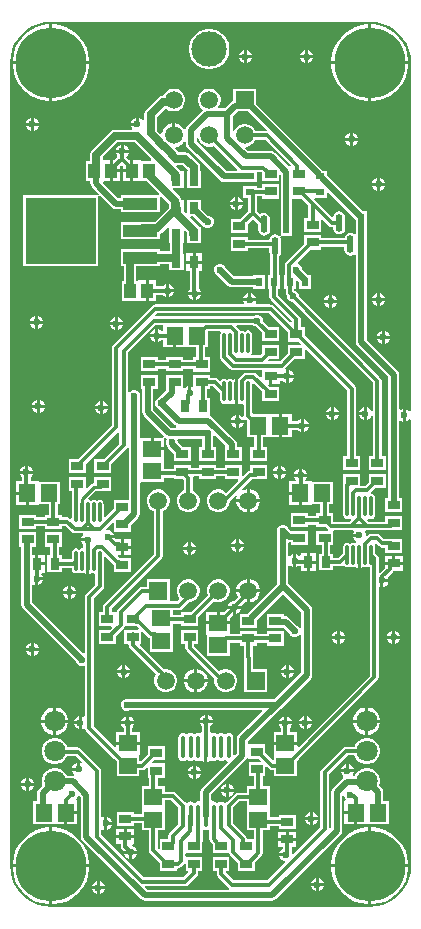
<source format=gtl>
G04*
G04 #@! TF.GenerationSoftware,Altium Limited,Altium Designer,23.0.1 (38)*
G04*
G04 Layer_Physical_Order=1*
G04 Layer_Color=255*
%FSLAX44Y44*%
%MOMM*%
G71*
G04*
G04 #@! TF.SameCoordinates,4F8D76B3-19B9-4F14-BD17-49225F6037FE*
G04*
G04*
G04 #@! TF.FilePolarity,Positive*
G04*
G01*
G75*
%ADD13C,0.2540*%
%ADD14R,1.5000X1.4000*%
%ADD15R,1.0000X0.8000*%
G04:AMPARAMS|DCode=16|XSize=1.5242mm|YSize=0.578mm|CornerRadius=0.289mm|HoleSize=0mm|Usage=FLASHONLY|Rotation=270.000|XOffset=0mm|YOffset=0mm|HoleType=Round|Shape=RoundedRectangle|*
%AMROUNDEDRECTD16*
21,1,1.5242,0.0000,0,0,270.0*
21,1,0.9463,0.5780,0,0,270.0*
1,1,0.5780,0.0000,-0.4731*
1,1,0.5780,0.0000,0.4731*
1,1,0.5780,0.0000,0.4731*
1,1,0.5780,0.0000,-0.4731*
%
%ADD16ROUNDEDRECTD16*%
%ADD17R,0.5780X1.5242*%
%ADD18R,0.8000X0.6000*%
%ADD19O,0.3000X1.7000*%
%ADD20R,1.4000X1.5000*%
%ADD21R,5.9500X5.5500*%
%ADD22R,2.8500X1.0000*%
%ADD23R,0.8000X1.0000*%
%ADD24O,0.3500X2.0000*%
%ADD25R,0.6000X0.8000*%
%ADD26R,1.0057X1.3082*%
%ADD27C,0.5080*%
%ADD47C,0.3048*%
%ADD48C,0.6350*%
%ADD49C,1.5000*%
%ADD50R,1.5000X1.5000*%
%ADD51C,1.8000*%
%ADD52R,1.5000X1.5000*%
%ADD53C,1.5200*%
%ADD54C,3.0000*%
%ADD55R,1.5200X1.5200*%
%ADD56C,6.0000*%
%ADD57C,0.6000*%
G36*
X40064Y754754D02*
X308802D01*
X308809Y754754D01*
X310063Y754754D01*
X311326Y754737D01*
X315503Y754408D01*
X320809Y753135D01*
X325850Y751047D01*
X330503Y748196D01*
X334652Y744652D01*
X338196Y740503D01*
X341047Y735850D01*
X343135Y730809D01*
X344409Y725503D01*
X344737Y721326D01*
X344754Y720063D01*
D01*
X344754Y718809D01*
Y425508D01*
X343484Y425080D01*
X342228Y426337D01*
X340360Y427110D01*
Y421640D01*
Y416170D01*
X342228Y416943D01*
X343484Y418200D01*
X344754Y417772D01*
Y41325D01*
X344754Y41318D01*
X344754Y40064D01*
X344737Y38801D01*
X344409Y34624D01*
X343135Y29318D01*
X341047Y24277D01*
X338196Y19624D01*
X334652Y15475D01*
X330503Y11931D01*
X325850Y9080D01*
X320809Y6992D01*
X315503Y5718D01*
X310360Y5314D01*
X310063Y5372D01*
X40064D01*
X39767Y5314D01*
X34624Y5718D01*
X29318Y6992D01*
X24277Y9080D01*
X19624Y11931D01*
X15475Y15475D01*
X11931Y19624D01*
X9080Y24277D01*
X6992Y29318D01*
X5718Y34624D01*
X5314Y39767D01*
X5372Y40064D01*
Y720063D01*
X5314Y720360D01*
X5718Y725503D01*
X6992Y730809D01*
X9080Y735850D01*
X11931Y740503D01*
X15475Y744652D01*
X19624Y748196D01*
X24277Y751047D01*
X29318Y753135D01*
X34624Y754409D01*
X39767Y754813D01*
X40064Y754754D01*
D02*
G37*
%LPC*%
G36*
X257810Y730640D02*
Y726440D01*
X262010D01*
X261237Y728308D01*
X259678Y729867D01*
X257810Y730640D01*
D02*
G37*
G36*
X255270D02*
X253402Y729867D01*
X251843Y728308D01*
X251070Y726440D01*
X255270D01*
Y730640D01*
D02*
G37*
G36*
X205740D02*
Y726440D01*
X209940D01*
X209167Y728308D01*
X207608Y729867D01*
X205740Y730640D01*
D02*
G37*
G36*
X203200D02*
X201332Y729867D01*
X199773Y728308D01*
X199000Y726440D01*
X203200D01*
Y730640D01*
D02*
G37*
G36*
X312561Y752540D02*
X311270D01*
Y721270D01*
X342540D01*
Y722561D01*
X341739Y727620D01*
X340156Y732491D01*
X337831Y737055D01*
X334820Y741198D01*
X331198Y744820D01*
X327055Y747831D01*
X322491Y750156D01*
X317620Y751739D01*
X312561Y752540D01*
D02*
G37*
G36*
X308730D02*
X307439D01*
X302380Y751739D01*
X297509Y750156D01*
X292945Y747831D01*
X288802Y744820D01*
X285180Y741198D01*
X282169Y737055D01*
X279844Y732491D01*
X278261Y727620D01*
X277460Y722561D01*
Y721270D01*
X308730D01*
Y752540D01*
D02*
G37*
G36*
X42561D02*
X41270D01*
Y721270D01*
X72540D01*
Y722561D01*
X71739Y727620D01*
X70156Y732491D01*
X67831Y737055D01*
X64820Y741198D01*
X61198Y744820D01*
X57055Y747831D01*
X52491Y750156D01*
X47620Y751739D01*
X42561Y752540D01*
D02*
G37*
G36*
X38730D02*
X37439D01*
X32380Y751739D01*
X27509Y750156D01*
X22945Y747831D01*
X18802Y744820D01*
X15180Y741198D01*
X12169Y737055D01*
X9844Y732491D01*
X8261Y727620D01*
X7460Y722561D01*
Y721270D01*
X38730D01*
Y752540D01*
D02*
G37*
G36*
X262010Y723900D02*
X257810D01*
Y719700D01*
X259678Y720473D01*
X261237Y722032D01*
X262010Y723900D01*
D02*
G37*
G36*
X255270D02*
X251070D01*
X251843Y722032D01*
X253402Y720473D01*
X255270Y719700D01*
Y723900D01*
D02*
G37*
G36*
X209940D02*
X205740D01*
Y719700D01*
X207608Y720473D01*
X209167Y722032D01*
X209940Y723900D01*
D02*
G37*
G36*
X203200D02*
X199000D01*
X199773Y722032D01*
X201332Y720473D01*
X203200Y719700D01*
Y723900D01*
D02*
G37*
G36*
X175667Y748552D02*
X172313D01*
X169022Y747897D01*
X165922Y746614D01*
X163133Y744750D01*
X160760Y742377D01*
X158896Y739588D01*
X157612Y736488D01*
X156958Y733197D01*
Y729843D01*
X157612Y726552D01*
X158896Y723452D01*
X160760Y720663D01*
X163133Y718290D01*
X165922Y716426D01*
X169022Y715143D01*
X172313Y714488D01*
X175667D01*
X178958Y715143D01*
X182058Y716426D01*
X184847Y718290D01*
X187220Y720663D01*
X189084Y723452D01*
X190368Y726552D01*
X191022Y729843D01*
Y733197D01*
X190368Y736488D01*
X189084Y739588D01*
X187220Y742377D01*
X184847Y744750D01*
X182058Y746614D01*
X178958Y747897D01*
X175667Y748552D01*
D02*
G37*
G36*
X342540Y718730D02*
X311270D01*
Y687460D01*
X312561D01*
X317620Y688261D01*
X322491Y689844D01*
X327055Y692169D01*
X331198Y695180D01*
X334820Y698802D01*
X337831Y702945D01*
X340156Y707509D01*
X341739Y712380D01*
X342540Y717439D01*
Y718730D01*
D02*
G37*
G36*
X308730D02*
X277460D01*
Y717439D01*
X278261Y712380D01*
X279844Y707509D01*
X282169Y702945D01*
X285180Y698802D01*
X288802Y695180D01*
X292945Y692169D01*
X297509Y689844D01*
X302380Y688261D01*
X307439Y687460D01*
X308730D01*
Y718730D01*
D02*
G37*
G36*
X72540D02*
X41270D01*
Y687460D01*
X42561D01*
X47620Y688261D01*
X52491Y689844D01*
X57055Y692169D01*
X61198Y695180D01*
X64820Y698802D01*
X67831Y702945D01*
X70156Y707509D01*
X71739Y712380D01*
X72540Y717439D01*
Y718730D01*
D02*
G37*
G36*
X38730D02*
X7460D01*
Y717439D01*
X8261Y712380D01*
X9844Y707509D01*
X12169Y702945D01*
X15180Y698802D01*
X18802Y695180D01*
X22945Y692169D01*
X27509Y689844D01*
X32380Y688261D01*
X37439Y687460D01*
X38730D01*
Y718730D01*
D02*
G37*
G36*
X213622Y698152D02*
X194358D01*
Y687777D01*
X194304Y687767D01*
X192792Y686756D01*
X187299Y681264D01*
X182015D01*
X181529Y682437D01*
X181698Y682606D01*
X182966Y684802D01*
X183622Y687252D01*
Y689788D01*
X182966Y692238D01*
X181698Y694434D01*
X179904Y696227D01*
X177708Y697496D01*
X175258Y698152D01*
X172722D01*
X170272Y697496D01*
X168076Y696227D01*
X166283Y694434D01*
X165014Y692238D01*
X164358Y689788D01*
Y687252D01*
X165014Y684802D01*
X166283Y682606D01*
X168076Y680813D01*
X168176Y680755D01*
X168385Y679167D01*
X155454Y666236D01*
X154443Y664724D01*
X154223Y663616D01*
X152884Y663395D01*
X152104Y664746D01*
X150216Y666634D01*
X147904Y667969D01*
X145325Y668660D01*
X145260D01*
Y658520D01*
X142720D01*
Y668660D01*
X142655D01*
X140076Y667969D01*
X137764Y666634D01*
X135876Y664746D01*
X134541Y662434D01*
X133947Y660217D01*
X132690Y659678D01*
X129769Y662599D01*
Y674193D01*
X136391Y680816D01*
X138073D01*
X138076Y680813D01*
X140272Y679544D01*
X142722Y678888D01*
X145258D01*
X147708Y679544D01*
X149904Y680813D01*
X151698Y682606D01*
X152966Y684802D01*
X153622Y687252D01*
Y689788D01*
X152966Y692238D01*
X151698Y694434D01*
X149904Y696227D01*
X147708Y697496D01*
X145258Y698152D01*
X142722D01*
X140272Y697496D01*
X138076Y696227D01*
X136283Y694434D01*
X135014Y692238D01*
X134987Y692136D01*
X134895D01*
X134895Y692136D01*
X132863Y691731D01*
X131140Y690581D01*
X131140Y690581D01*
X120706Y680146D01*
X119555Y678424D01*
X119151Y676392D01*
X119151Y676392D01*
Y671038D01*
X117881Y670785D01*
X117727Y671158D01*
X116168Y672717D01*
X114300Y673490D01*
Y668020D01*
X113030D01*
Y666750D01*
X107560D01*
X108333Y664882D01*
X108776Y664439D01*
X108250Y663169D01*
X93980D01*
X91948Y662765D01*
X90226Y661614D01*
X90226Y661614D01*
X74657Y646045D01*
X73506Y644323D01*
X73102Y642291D01*
X73102Y642291D01*
Y637223D01*
X69497D01*
Y620077D01*
X73365D01*
Y617933D01*
X73720Y616149D01*
X74731Y614637D01*
X80765Y608602D01*
X79939Y607632D01*
X78814Y607632D01*
X16478D01*
Y548068D01*
X80042D01*
Y606366D01*
X80042Y607529D01*
X81012Y608355D01*
X91914Y597454D01*
X93426Y596443D01*
X95210Y596088D01*
X99478D01*
Y593718D01*
X132042D01*
Y606872D01*
X133312Y607398D01*
X140036Y600674D01*
Y597725D01*
X140036Y597725D01*
X140111Y597349D01*
X127746Y584984D01*
X117585D01*
X117585Y584984D01*
X117072Y584882D01*
X99478D01*
Y570818D01*
X132042D01*
Y574814D01*
X133699Y575921D01*
X138881Y581103D01*
X140138Y580564D01*
Y567008D01*
X140861D01*
Y560259D01*
X132042D01*
Y561982D01*
X99478D01*
Y547918D01*
X101729D01*
Y535623D01*
X99977D01*
Y518477D01*
X113994D01*
Y517969D01*
X120292D01*
Y527050D01*
Y536131D01*
X113994D01*
Y535623D01*
X112347D01*
Y547918D01*
X132042D01*
Y549641D01*
X140138D01*
Y544148D01*
X152202D01*
Y558212D01*
X151479D01*
Y567008D01*
X152202D01*
Y577771D01*
X153375Y578257D01*
X155036Y576596D01*
Y574865D01*
X155138Y574352D01*
Y567008D01*
X167202D01*
Y581072D01*
X165086D01*
X164099Y582549D01*
X157953Y588695D01*
X158440Y589868D01*
X160610D01*
X168128Y582350D01*
X169640Y581339D01*
X169758Y581316D01*
X169870Y581204D01*
X171719Y580438D01*
X173721D01*
X175570Y581204D01*
X176986Y582620D01*
X177752Y584469D01*
Y586471D01*
X176986Y588320D01*
X175570Y589736D01*
X173721Y590502D01*
X173160D01*
X167202Y596460D01*
Y603932D01*
X155138D01*
Y593170D01*
X153965Y592683D01*
X152304Y594344D01*
Y596075D01*
X152202Y596588D01*
Y603932D01*
X150443D01*
X150250Y604905D01*
X149099Y606627D01*
X149099Y606628D01*
X142902Y612825D01*
X143388Y613998D01*
X152202D01*
Y628062D01*
X149882D01*
X149099Y629234D01*
X146102Y632231D01*
X146628Y633501D01*
X151471D01*
X155640Y629332D01*
X155327Y628062D01*
X155138D01*
Y613998D01*
X167202D01*
Y628062D01*
X166479D01*
Y631310D01*
X166075Y633342D01*
X164924Y635064D01*
X164924Y635064D01*
X157424Y642564D01*
X155702Y643715D01*
X153670Y644119D01*
X153670Y644119D01*
X148249D01*
X145148Y647220D01*
X145687Y648477D01*
X147904Y649071D01*
X150216Y650406D01*
X152104Y652294D01*
X152818Y653531D01*
X154088Y653191D01*
Y651510D01*
X154443Y649726D01*
X155454Y648214D01*
X183244Y620424D01*
X184756Y619413D01*
X186540Y619058D01*
X202248D01*
Y618688D01*
X214312D01*
Y627564D01*
X218358D01*
X219028Y626894D01*
Y619958D01*
X233092D01*
Y624700D01*
X234362Y625355D01*
X234708Y625108D01*
Y592795D01*
X234448D01*
Y574660D01*
X234448Y573941D01*
X233983Y573615D01*
X233241Y573336D01*
X233112Y573423D01*
X231790Y574306D01*
X229870Y574688D01*
X227950Y574306D01*
X226322Y573218D01*
X225234Y571590D01*
X224950Y570166D01*
X206422D01*
Y572572D01*
X192358D01*
Y560508D01*
X206422D01*
Y562914D01*
X224852D01*
Y560207D01*
X225234Y558286D01*
X225722Y557556D01*
Y540702D01*
X223718D01*
Y528638D01*
X224974D01*
Y521970D01*
X224974Y521970D01*
X225250Y520583D01*
X226036Y519406D01*
X243877Y501566D01*
X243781Y500727D01*
X242517Y500240D01*
X228624Y514134D01*
X227447Y514920D01*
X226060Y515196D01*
X226043Y515192D01*
X224820Y515436D01*
X213780D01*
X213148Y516706D01*
X213750Y518160D01*
X202810D01*
X203412Y516706D01*
X202780Y515436D01*
X128270D01*
X128270Y515436D01*
X126882Y515160D01*
X125706Y514374D01*
X125706Y514374D01*
X92686Y481354D01*
X91900Y480177D01*
X91624Y478790D01*
X91624Y478790D01*
Y412862D01*
X63142Y384380D01*
X63137Y384372D01*
X55198D01*
Y372308D01*
X69262D01*
Y380244D01*
X96704Y407687D01*
X97974Y407161D01*
Y397622D01*
X84725Y384372D01*
X76788D01*
Y372308D01*
X90852D01*
Y380244D01*
X104164Y393556D01*
X104164Y393556D01*
X104558Y394147D01*
X105828Y393762D01*
Y350082D01*
X93298D01*
Y342425D01*
X85894Y335022D01*
X84721Y335508D01*
Y346270D01*
X84447Y347648D01*
X83666Y348816D01*
X82498Y349597D01*
X81120Y349871D01*
X79742Y349597D01*
X78620Y348847D01*
X77498Y349597D01*
X76120Y349871D01*
X74742Y349597D01*
X73620Y348847D01*
X72498Y349597D01*
X71811Y349734D01*
X71393Y351112D01*
X77589Y357308D01*
X90852D01*
Y369372D01*
X76788D01*
Y364533D01*
X76686D01*
X75398Y364276D01*
X74305Y363546D01*
X70435Y359677D01*
X69262Y360163D01*
Y369372D01*
X55198D01*
Y357308D01*
X57494D01*
Y339270D01*
X57519Y339147D01*
Y334399D01*
X56249Y334036D01*
X55255Y334700D01*
X53868Y334976D01*
X53868Y334976D01*
X48942D01*
Y337382D01*
X45536D01*
Y346068D01*
X47742D01*
Y365132D01*
X30310D01*
X29250Y365640D01*
X28618Y365640D01*
X22676D01*
Y369171D01*
X23747Y370242D01*
X24520Y372110D01*
X13580D01*
X14353Y370242D01*
X15424Y369171D01*
Y365640D01*
X10170D01*
Y356870D01*
X19710D01*
Y355600D01*
X20980D01*
Y345560D01*
X28618D01*
X29250Y345560D01*
X30310Y346068D01*
X38284D01*
Y337382D01*
X34878D01*
Y334976D01*
X27352D01*
Y337382D01*
X13288D01*
Y325318D01*
X27352D01*
Y327724D01*
X34878D01*
Y325318D01*
X48942D01*
Y327724D01*
X52366D01*
X57542Y322549D01*
X57542Y322549D01*
X58718Y321763D01*
X60106Y321487D01*
X60106Y321487D01*
X66113D01*
X66113Y321487D01*
X66113Y321487D01*
X66746D01*
X67272Y320217D01*
X66423Y319368D01*
X65650Y317500D01*
X71120D01*
Y314960D01*
X65650D01*
X66423Y313092D01*
X67494Y312021D01*
Y309599D01*
X66513Y308793D01*
X66120Y308871D01*
X64742Y308597D01*
X63620Y307847D01*
X62498Y308597D01*
X61120Y308871D01*
X59742Y308597D01*
X58574Y307816D01*
X57793Y306648D01*
X57519Y305270D01*
Y299852D01*
X57202Y299536D01*
X49092D01*
Y302942D01*
X46686D01*
Y310318D01*
X48942D01*
Y322382D01*
X34878D01*
Y310318D01*
X39434D01*
Y302942D01*
X37028D01*
Y288878D01*
X49092D01*
Y292284D01*
X57519D01*
Y291270D01*
X57793Y289892D01*
X58574Y288724D01*
X59742Y287943D01*
X61120Y287669D01*
X62498Y287943D01*
X63620Y288693D01*
X64742Y287943D01*
X66120Y287669D01*
X67498Y287943D01*
X68180Y288398D01*
X68207Y288357D01*
X69544Y287464D01*
X69850Y287404D01*
Y298270D01*
X72390D01*
Y287404D01*
X72696Y287464D01*
X74033Y288357D01*
X74060Y288398D01*
X74742Y287943D01*
X76120Y287669D01*
X76513Y287747D01*
X77494Y286941D01*
Y278202D01*
X69826Y270534D01*
X69040Y269357D01*
X68764Y267970D01*
X68764Y267970D01*
Y220342D01*
X67494Y219816D01*
X24150Y263161D01*
Y277506D01*
X25420Y278258D01*
X26670Y277740D01*
Y283210D01*
X27940D01*
Y284480D01*
X33410D01*
X32637Y286348D01*
X31885Y287100D01*
X32251Y288370D01*
X34600D01*
Y294640D01*
X28060D01*
Y295910D01*
X26790D01*
Y303450D01*
X24150D01*
Y310318D01*
X27352D01*
Y322382D01*
X13288D01*
Y310318D01*
X14827D01*
Y261230D01*
X15181Y259446D01*
X16192Y257934D01*
X61452Y212674D01*
X61822Y211780D01*
X63238Y210364D01*
X65087Y209598D01*
X67089D01*
X67708Y209855D01*
X68764Y209149D01*
Y166790D01*
X67494Y166158D01*
X66040Y166760D01*
Y161290D01*
Y155820D01*
X67596Y156464D01*
X68660Y156114D01*
X69005Y155894D01*
X69040Y155714D01*
X69826Y154537D01*
X93645Y130718D01*
X93645Y130718D01*
X93733Y130660D01*
X95578Y128814D01*
Y115878D01*
X114642D01*
Y121284D01*
X117470D01*
X117470Y121284D01*
X118857Y121560D01*
X120034Y122346D01*
X121035Y123347D01*
X122208Y122861D01*
Y114648D01*
X123074D01*
Y107222D01*
X117168D01*
Y89158D01*
X117168D01*
Y88222D01*
X117168D01*
Y83516D01*
X109902D01*
Y85922D01*
X95838D01*
Y73858D01*
X109902D01*
Y76264D01*
X117168D01*
Y70158D01*
X123074D01*
Y53520D01*
X123074Y53520D01*
X123350Y52133D01*
X124136Y50956D01*
X132368Y42724D01*
Y35788D01*
X146432D01*
Y37316D01*
X147230Y38194D01*
X148617Y38470D01*
X149794Y39256D01*
X152424Y41886D01*
X152424Y41886D01*
X152688Y42282D01*
X153958Y41897D01*
Y35788D01*
X155864D01*
X156390Y34518D01*
X152168Y30296D01*
X118342D01*
X82366Y66272D01*
Y70700D01*
X83636Y71332D01*
X85090Y70730D01*
Y76200D01*
Y81670D01*
X83636Y81068D01*
X82366Y81700D01*
Y120650D01*
X82366Y120650D01*
X82090Y122037D01*
X81304Y123214D01*
X81304Y123214D01*
X65150Y139367D01*
X63974Y140153D01*
X62586Y140429D01*
X62586Y140429D01*
X53725D01*
X53460Y141418D01*
X52008Y143934D01*
X49954Y145988D01*
X47438Y147440D01*
X44632Y148192D01*
X41728D01*
X38922Y147440D01*
X36406Y145988D01*
X34352Y143934D01*
X32900Y141418D01*
X32148Y138612D01*
Y135708D01*
X32900Y132902D01*
X34352Y130386D01*
X36406Y128332D01*
X38922Y126880D01*
X41728Y126128D01*
X44632D01*
X47438Y126880D01*
X49954Y128332D01*
X52008Y130386D01*
X53460Y132902D01*
X53534Y133178D01*
X61085D01*
X66012Y128251D01*
X65293Y127174D01*
X64770Y127390D01*
Y121920D01*
X63500D01*
Y120650D01*
X58030D01*
X58803Y118782D01*
X59365Y118220D01*
X59272Y116517D01*
X59008Y116305D01*
X58420Y116422D01*
X53227D01*
X52008Y118534D01*
X49954Y120588D01*
X47438Y122040D01*
X44632Y122792D01*
X41728D01*
X38922Y122040D01*
X36406Y120588D01*
X34352Y118534D01*
X32900Y116018D01*
X32148Y113212D01*
Y110308D01*
X32779Y107952D01*
X29544Y104716D01*
X28533Y103204D01*
X28178Y101420D01*
Y94622D01*
X24648D01*
Y75558D01*
X31786D01*
X32840Y75348D01*
X33894Y75558D01*
X42080D01*
X43140Y75050D01*
X43140Y75050D01*
X43140Y75050D01*
X51410D01*
Y85090D01*
X52680D01*
Y86360D01*
X62220D01*
Y95130D01*
X61971D01*
X61445Y96400D01*
X62403Y97357D01*
X62998Y98794D01*
X64215Y99114D01*
X65188Y98279D01*
Y64770D01*
X65543Y62986D01*
X66554Y61474D01*
X116084Y11944D01*
X117596Y10933D01*
X119380Y10578D01*
X227330D01*
X229114Y10933D01*
X230626Y11944D01*
X285236Y66554D01*
X286247Y68066D01*
X286602Y69850D01*
Y99640D01*
X286655Y99675D01*
X287841Y99169D01*
X287969Y99026D01*
X288768Y97097D01*
X289465Y96400D01*
X288939Y95130D01*
X288300D01*
Y86360D01*
X297840D01*
Y85090D01*
X299110D01*
Y75050D01*
X307380D01*
Y75050D01*
X307808Y75558D01*
X325872D01*
Y94622D01*
X321502D01*
Y102324D01*
X321147Y104108D01*
X320136Y105620D01*
X317754Y108002D01*
X318372Y110308D01*
Y113212D01*
X317620Y116018D01*
X316168Y118534D01*
X314114Y120588D01*
X311598Y122040D01*
X308792Y122792D01*
X305888D01*
X303082Y122040D01*
X300566Y120588D01*
X298512Y118534D01*
X297107Y116100D01*
X295774D01*
X295287Y117273D01*
X295527Y117512D01*
X296300Y119380D01*
X285360D01*
X286133Y117512D01*
X287315Y116330D01*
X287349Y114826D01*
X287212Y114734D01*
X278644Y106166D01*
X277633Y104654D01*
X277278Y102870D01*
Y72235D01*
X276676Y71773D01*
X275406Y72400D01*
Y117878D01*
X291062Y133534D01*
X296890D01*
X297060Y132902D01*
X298512Y130386D01*
X300566Y128332D01*
X303082Y126880D01*
X305888Y126128D01*
X308792D01*
X311598Y126880D01*
X314114Y128332D01*
X316168Y130386D01*
X317620Y132902D01*
X318372Y135708D01*
Y138612D01*
X317620Y141418D01*
X316168Y143934D01*
X314114Y145988D01*
X311598Y147440D01*
X308792Y148192D01*
X305888D01*
X303082Y147440D01*
X300566Y145988D01*
X298512Y143934D01*
X297060Y141418D01*
X296890Y140786D01*
X289560D01*
X288172Y140510D01*
X286996Y139724D01*
X286996Y139724D01*
X269216Y121944D01*
X268430Y120767D01*
X268154Y119380D01*
X268154Y119380D01*
Y72622D01*
X245473Y49941D01*
X244300Y50427D01*
Y50632D01*
X243656Y52188D01*
Y55810D01*
X247570D01*
Y61080D01*
X240030D01*
X232490D01*
Y55810D01*
X236404D01*
Y54551D01*
X235622Y54227D01*
X234063Y52668D01*
X233290Y50800D01*
X238760D01*
Y48260D01*
X233290D01*
X234063Y46392D01*
X235622Y44833D01*
X237658Y43990D01*
X237863D01*
X238349Y42817D01*
X223288Y27756D01*
X194542D01*
X187780Y34518D01*
X188209Y35788D01*
X190882D01*
Y47852D01*
X176818D01*
Y35788D01*
X180224D01*
Y33320D01*
X180224Y33320D01*
X180500Y31932D01*
X181286Y30756D01*
X190476Y21566D01*
X191067Y21172D01*
X190682Y19902D01*
X121311D01*
X119341Y21871D01*
X119827Y23044D01*
X153670D01*
X153670Y23044D01*
X155057Y23320D01*
X156234Y24106D01*
X163554Y31426D01*
X163554Y31426D01*
X164340Y32603D01*
X164616Y33990D01*
X164616Y33990D01*
Y35788D01*
X168022D01*
Y47852D01*
X154756D01*
X153958Y47852D01*
X153486Y48926D01*
Y49714D01*
X153958Y50788D01*
X168022D01*
Y58946D01*
X168092Y59296D01*
X168092Y59296D01*
Y60157D01*
X168276Y61082D01*
X168276Y61082D01*
Y70145D01*
X169546Y70823D01*
X169674Y70737D01*
X171150Y70444D01*
X172626Y70737D01*
X172754Y70823D01*
X174024Y70145D01*
Y62380D01*
X174024Y62380D01*
X174300Y60992D01*
X175086Y59816D01*
X176818Y58085D01*
Y50788D01*
X190882D01*
X190882Y50788D01*
X190960Y50563D01*
X191746Y49386D01*
X198408Y42724D01*
Y35788D01*
X212472D01*
Y42724D01*
X218164Y48416D01*
X218164Y48416D01*
X218950Y49592D01*
X219226Y50980D01*
X219226Y50980D01*
Y70158D01*
X225132D01*
Y73724D01*
X232998D01*
Y71318D01*
X247062D01*
Y83382D01*
X232998D01*
Y80976D01*
X225132D01*
Y88222D01*
X225132D01*
Y89158D01*
X225132D01*
Y107222D01*
X219226D01*
Y115798D01*
X221362D01*
Y124011D01*
X222535Y124497D01*
X224686Y122346D01*
X224686Y122346D01*
X225863Y121560D01*
X227250Y121284D01*
X227250Y121284D01*
X228928D01*
Y115878D01*
X247992D01*
Y128814D01*
X249837Y130660D01*
X249925Y130718D01*
X316254Y197047D01*
X316254Y197047D01*
X317040Y198223D01*
X317316Y199611D01*
Y276014D01*
X318372Y276720D01*
X318976Y276470D01*
Y281940D01*
X320246D01*
Y283210D01*
X325716D01*
X325184Y284496D01*
X329288Y288600D01*
X329962Y289610D01*
X337740D01*
Y294880D01*
X330200D01*
X322660D01*
Y292227D01*
X318586Y288153D01*
X317316Y288679D01*
Y300650D01*
X317040Y302038D01*
X316254Y303214D01*
X316254Y303214D01*
X314591Y304876D01*
Y310350D01*
X314317Y311728D01*
X314294Y311763D01*
X314844Y313225D01*
X315162Y313311D01*
X315339Y313264D01*
X318064Y310538D01*
X318064Y310538D01*
X319240Y309752D01*
X320628Y309476D01*
X320628Y309476D01*
X323168D01*
Y305118D01*
X337232D01*
Y317182D01*
X323168D01*
Y317182D01*
X321898Y316959D01*
X318786Y320071D01*
X317610Y320857D01*
X316222Y321133D01*
X316222Y321133D01*
X310997D01*
X309610Y320857D01*
X308433Y320071D01*
X308433Y320071D01*
X307800Y319438D01*
X306530Y319964D01*
Y321142D01*
X305858Y322764D01*
X306490Y324034D01*
X307340D01*
X308727Y324310D01*
X308747Y324324D01*
X323168D01*
Y324288D01*
X337232D01*
Y336352D01*
X323168D01*
Y331575D01*
X308842D01*
X307809Y332608D01*
X308052Y333927D01*
X309046Y334401D01*
X309612Y334023D01*
X310990Y333749D01*
X312368Y334023D01*
X313536Y334804D01*
X314317Y335972D01*
X314591Y337350D01*
Y351350D01*
X314317Y352728D01*
X313536Y353896D01*
X312368Y354677D01*
X311186Y354912D01*
X310833Y355533D01*
X310657Y356180D01*
X314326Y359848D01*
X323262D01*
Y371912D01*
X309198D01*
Y364976D01*
X306172Y361950D01*
X301672D01*
Y371912D01*
X287608D01*
Y363754D01*
X287578Y363604D01*
X287480Y363457D01*
X287204Y362070D01*
X287204Y362070D01*
Y344454D01*
X287204Y344454D01*
X287389Y343526D01*
Y337350D01*
X287663Y335972D01*
X288444Y334804D01*
X289612Y334023D01*
X290990Y333749D01*
X292368Y334023D01*
X292934Y334401D01*
X293928Y333927D01*
X294171Y332608D01*
X292849Y331286D01*
X278812D01*
Y338652D01*
X275406D01*
Y346068D01*
X278882D01*
Y365132D01*
X261450D01*
X260390Y365640D01*
X259758Y365640D01*
X255759D01*
X255365Y366910D01*
X256157Y367702D01*
X256930Y369570D01*
X245990D01*
X246763Y367702D01*
X247555Y366910D01*
X247161Y365640D01*
X241310D01*
Y356870D01*
X250850D01*
Y355600D01*
X252120D01*
Y345560D01*
X259758D01*
X260390Y345560D01*
X261450Y346068D01*
X268154D01*
Y338652D01*
X264748D01*
Y336246D01*
X257222D01*
Y338652D01*
X243158D01*
Y326588D01*
X257222D01*
Y328994D01*
X264748D01*
Y326588D01*
X272986D01*
X274478Y325096D01*
X274478Y325096D01*
X274739Y324922D01*
X274353Y323652D01*
X264748D01*
Y311588D01*
X269304D01*
Y304212D01*
X266898D01*
Y290148D01*
X278962D01*
Y293554D01*
X284764D01*
X284764Y293554D01*
X286152Y293830D01*
X287328Y294616D01*
X287941Y294556D01*
X288444Y293804D01*
X289612Y293023D01*
X290990Y292749D01*
X292368Y293023D01*
X293490Y293773D01*
X294612Y293023D01*
X295990Y292749D01*
X297368Y293023D01*
X298050Y293479D01*
X298077Y293437D01*
X299414Y292544D01*
X299720Y292484D01*
Y303350D01*
X302260D01*
Y292484D01*
X302566Y292544D01*
X303903Y293437D01*
X303930Y293479D01*
X304612Y293023D01*
X305990Y292749D01*
X307368Y293023D01*
X308490Y293773D01*
X309612Y293023D01*
X310064Y292933D01*
Y201113D01*
X249673Y140722D01*
X248500Y141208D01*
Y142640D01*
X238460D01*
X228420D01*
Y134370D01*
X228420D01*
X228928Y133942D01*
Y130155D01*
X227658Y129629D01*
X221362Y135926D01*
Y142862D01*
X207298D01*
X206592Y143839D01*
Y145389D01*
X234436Y173234D01*
X234436Y173234D01*
X259836Y198634D01*
X260847Y200146D01*
X261202Y201930D01*
Y256420D01*
X260847Y258204D01*
X259836Y259716D01*
X240882Y278671D01*
Y294318D01*
X242152Y294844D01*
X243242Y293753D01*
X245110Y292980D01*
Y298450D01*
Y303920D01*
X243242Y303147D01*
X242152Y302056D01*
X240882Y302582D01*
Y313379D01*
X241512Y313897D01*
X243158D01*
Y311588D01*
X257222D01*
Y323652D01*
X243158D01*
X243158Y323652D01*
Y323652D01*
X242249Y324414D01*
X240856Y325806D01*
X240486Y326700D01*
X239070Y328116D01*
X237221Y328882D01*
X235219D01*
X233370Y328116D01*
X231954Y326700D01*
X231188Y324851D01*
Y322849D01*
X231558Y321955D01*
Y278671D01*
X206450Y253562D01*
X199978D01*
Y241498D01*
X214042D01*
Y247970D01*
X236220Y270148D01*
X251878Y254489D01*
Y241954D01*
X250811Y241656D01*
X250608Y241648D01*
X249230Y243026D01*
X248336Y243396D01*
X241844Y249888D01*
X240332Y250899D01*
X238548Y251253D01*
X236902D01*
Y253562D01*
X222838D01*
Y241498D01*
X236902D01*
X236902Y241498D01*
Y241498D01*
X237811Y240736D01*
X241744Y236804D01*
X242114Y235910D01*
X243530Y234494D01*
X245379Y233728D01*
X247381D01*
X249230Y234494D01*
X250608Y235872D01*
X250811Y235864D01*
X251878Y235567D01*
Y203861D01*
X229209Y181192D01*
X106035D01*
X105141Y181562D01*
X103139D01*
X101290Y180796D01*
X99874Y179380D01*
X99108Y177531D01*
Y175529D01*
X99874Y173680D01*
X101290Y172264D01*
X103139Y171498D01*
X105141D01*
X106035Y171868D01*
X218227D01*
X218713Y170695D01*
X198634Y150616D01*
X197623Y149104D01*
X197268Y147320D01*
Y135281D01*
X195679Y133692D01*
X194506Y134178D01*
Y148800D01*
X194212Y150276D01*
X193377Y151527D01*
X192126Y152363D01*
X190650Y152656D01*
X189174Y152363D01*
X187923Y151527D01*
X186877D01*
X185626Y152363D01*
X184150Y152656D01*
X182674Y152363D01*
X181423Y151527D01*
X180377D01*
X179126Y152363D01*
X177650Y152656D01*
X176174Y152363D01*
X176046Y152277D01*
X174776Y152956D01*
Y158051D01*
X176147Y159422D01*
X176920Y161290D01*
X165980D01*
X166753Y159422D01*
X167524Y158651D01*
Y152955D01*
X166254Y152277D01*
X166126Y152363D01*
X164650Y152656D01*
X163174Y152363D01*
X161923Y151527D01*
X160877D01*
X159626Y152363D01*
X158150Y152656D01*
X156674Y152363D01*
X155423Y151527D01*
X154377D01*
X153126Y152363D01*
X151650Y152656D01*
X150174Y152363D01*
X148923Y151527D01*
X148087Y150276D01*
X147794Y148800D01*
Y132300D01*
X148087Y130824D01*
X148923Y129573D01*
X150174Y128737D01*
X151650Y128444D01*
X153126Y128737D01*
X154377Y129573D01*
X155423D01*
X156674Y128737D01*
X158150Y128444D01*
X159626Y128737D01*
X160877Y129573D01*
X161923D01*
X163174Y128737D01*
X164650Y128444D01*
X166126Y128737D01*
X167377Y129573D01*
X168473Y128929D01*
X169476Y128259D01*
X169880Y128179D01*
Y140550D01*
X172420D01*
Y128179D01*
X172824Y128259D01*
X173827Y128929D01*
X174923Y129573D01*
X176174Y128737D01*
X177650Y128444D01*
X179126Y128737D01*
X180377Y129573D01*
X181423D01*
X182674Y128737D01*
X184150Y128444D01*
X185626Y128737D01*
X186877Y129573D01*
X187923D01*
X189027Y128836D01*
X189369Y128097D01*
X189535Y127548D01*
X167854Y105866D01*
X166843Y104354D01*
X166488Y102570D01*
Y95531D01*
X165218Y94543D01*
X164650Y94656D01*
X163174Y94363D01*
X161923Y93527D01*
X160877D01*
X159626Y94363D01*
X158150Y94656D01*
X156674Y94363D01*
X155423Y93527D01*
X154044Y93749D01*
X153395Y94183D01*
X145954Y101624D01*
X144777Y102410D01*
X143390Y102686D01*
X143390Y102686D01*
X136232D01*
Y107222D01*
X130326D01*
Y114648D01*
X136272D01*
Y126712D01*
X126059D01*
X125573Y127885D01*
X127336Y129648D01*
X136272D01*
Y141712D01*
X122208D01*
Y134775D01*
X115968Y128536D01*
X114642D01*
Y133310D01*
X115150Y134370D01*
X115150Y134370D01*
X115150Y134370D01*
Y142640D01*
X105110D01*
X95070D01*
Y141208D01*
X93897Y140722D01*
X76016Y158603D01*
Y266468D01*
X83684Y274136D01*
X83684Y274136D01*
X84470Y275312D01*
X84746Y276700D01*
X84746Y276700D01*
Y298270D01*
X84721Y298393D01*
Y302032D01*
X85894Y302518D01*
X93298Y295115D01*
Y288848D01*
X107362D01*
Y300912D01*
X98204D01*
X97854Y300982D01*
X97854Y300982D01*
X97686D01*
X96501Y302167D01*
X96987Y303340D01*
X99060D01*
Y309880D01*
Y316420D01*
X95378D01*
X94298Y317500D01*
X87900D01*
Y320040D01*
X93370D01*
X92597Y321908D01*
X91038Y323467D01*
X89002Y324310D01*
X87234D01*
X86644Y325516D01*
X92125Y330997D01*
X93298Y330511D01*
Y323018D01*
X107362D01*
Y328490D01*
X113786Y334914D01*
X114797Y336426D01*
X115152Y338210D01*
Y364468D01*
X116198Y365008D01*
X116422Y365008D01*
X135262D01*
Y368604D01*
X144098D01*
Y367468D01*
X152037D01*
X152042Y367460D01*
X152584Y366918D01*
Y358147D01*
X152531Y358132D01*
X150357Y356878D01*
X148582Y355103D01*
X147328Y352929D01*
X146678Y350505D01*
Y347995D01*
X147328Y345571D01*
X148582Y343397D01*
X150357Y341623D01*
X152531Y340368D01*
X154955Y339718D01*
X157465D01*
X159889Y340368D01*
X162063Y341623D01*
X163838Y343397D01*
X165092Y345571D01*
X165742Y347995D01*
Y350505D01*
X165092Y352929D01*
X163838Y355103D01*
X162063Y356878D01*
X159889Y358132D01*
X159836Y358147D01*
Y368420D01*
X159836Y368420D01*
X159799Y368604D01*
X160841Y369874D01*
X165688D01*
Y367468D01*
X179752D01*
Y369874D01*
X187278D01*
Y367468D01*
X198121D01*
X198607Y366295D01*
X188326Y356014D01*
X187463Y356878D01*
X185289Y358132D01*
X182865Y358782D01*
X180355D01*
X177931Y358132D01*
X175757Y356878D01*
X173983Y355103D01*
X172728Y352929D01*
X172078Y350505D01*
Y347995D01*
X172728Y345571D01*
X173983Y343397D01*
X175757Y341623D01*
X177931Y340368D01*
X180355Y339718D01*
X182865D01*
X185289Y340368D01*
X187463Y341623D01*
X189237Y343397D01*
X190492Y345571D01*
X191142Y347995D01*
Y348707D01*
X191541Y348973D01*
X196864Y354296D01*
X197880Y353517D01*
X197654Y353125D01*
X196970Y350572D01*
Y350520D01*
X205740D01*
Y359290D01*
X205688D01*
X203135Y358606D01*
X202743Y358380D01*
X201964Y359396D01*
X209966Y367398D01*
X213424D01*
X213424Y367398D01*
X213775Y367468D01*
X222932D01*
Y379532D01*
X208868D01*
Y374650D01*
X208464D01*
X207076Y374374D01*
X205900Y373588D01*
X205900Y373588D01*
X202515Y370203D01*
X201342Y370689D01*
Y379532D01*
X187278D01*
Y377126D01*
X179752D01*
Y379532D01*
X165688D01*
Y377126D01*
X158162D01*
Y379532D01*
X144098D01*
Y375856D01*
X135262D01*
Y382440D01*
X135770Y383500D01*
X135770Y384132D01*
Y391770D01*
X125730D01*
Y393040D01*
X124460D01*
Y402580D01*
X116422D01*
X115690Y402580D01*
X115152Y403627D01*
Y436255D01*
X115522Y437149D01*
Y439151D01*
X114756Y441000D01*
X113340Y442416D01*
X111491Y443182D01*
X109489D01*
X107640Y442416D01*
X106496Y441272D01*
X105240Y441652D01*
X105226Y441661D01*
Y474748D01*
X128502Y498024D01*
X135240D01*
Y492576D01*
X133749D01*
X132678Y493647D01*
X130810Y494420D01*
Y488950D01*
Y483480D01*
X132678Y484253D01*
X133749Y485324D01*
X135240D01*
Y478910D01*
X143510D01*
Y488950D01*
X146050D01*
Y478910D01*
X154320D01*
Y478910D01*
X154748Y479418D01*
X162954D01*
Y470612D01*
X160608D01*
Y468266D01*
X151812D01*
Y470732D01*
X137748D01*
Y468326D01*
X130222D01*
Y470732D01*
X116158D01*
Y458668D01*
X130222D01*
Y461074D01*
X137748D01*
Y458668D01*
X151812D01*
Y461014D01*
X160608D01*
Y458548D01*
X174672D01*
Y470612D01*
X170206D01*
Y479418D01*
X172812D01*
Y492854D01*
X172902Y492944D01*
X183189D01*
X183868Y491674D01*
X183523Y491158D01*
X183249Y489780D01*
Y483185D01*
X183168Y482780D01*
Y471066D01*
X183168Y471066D01*
X183444Y469678D01*
X184230Y468502D01*
X191746Y460986D01*
X191746Y460986D01*
X192922Y460200D01*
X194310Y459924D01*
X218520D01*
Y453747D01*
X217347Y453261D01*
X214011Y456596D01*
X212835Y457382D01*
X211448Y457658D01*
X211447Y457658D01*
X204952D01*
X204952Y457658D01*
X203565Y457382D01*
X202388Y456596D01*
X199286Y453494D01*
X199286Y453494D01*
X198426Y452586D01*
X198120Y452646D01*
Y441780D01*
Y430914D01*
X198426Y430974D01*
X199763Y431867D01*
X199790Y431908D01*
X200472Y431453D01*
X201850Y431179D01*
X202010Y431211D01*
X203280Y430168D01*
Y421134D01*
X203280Y421134D01*
X203306Y421005D01*
X202136Y420379D01*
X201258Y421257D01*
X199390Y422030D01*
Y417830D01*
X204178D01*
X204222Y417862D01*
X204833Y418079D01*
X206258Y416655D01*
Y403218D01*
X212274D01*
Y394532D01*
X208868D01*
Y382468D01*
X222932D01*
Y394532D01*
X219526D01*
Y403218D01*
X223690D01*
X224750Y402710D01*
X225382Y402710D01*
X233020D01*
Y412750D01*
Y422790D01*
X225382D01*
X224750Y422790D01*
X223690Y422282D01*
X211655D01*
X210532Y423405D01*
Y441780D01*
X210451Y442184D01*
Y448105D01*
X211721Y448631D01*
X219028Y441325D01*
Y433388D01*
X233092D01*
Y445452D01*
X225153D01*
X225148Y445460D01*
X225148Y445460D01*
X223901Y446707D01*
X224387Y447880D01*
X224790D01*
Y454420D01*
X227330D01*
Y447880D01*
X233600D01*
Y450914D01*
X235941D01*
X236892Y449963D01*
X238760Y449190D01*
Y454660D01*
Y460130D01*
X238699Y460105D01*
X237979Y461182D01*
X245746Y468948D01*
X254682D01*
Y477161D01*
X255855Y477647D01*
X291014Y442488D01*
Y386912D01*
X287608D01*
Y374848D01*
X301672D01*
Y386912D01*
X298266D01*
Y443990D01*
X298266Y443990D01*
X297990Y445378D01*
X297204Y446554D01*
X297204Y446554D01*
X254682Y489076D01*
Y496012D01*
X251276D01*
Y502920D01*
X251276Y502920D01*
X251000Y504308D01*
X250214Y505484D01*
X250214Y505484D01*
X232226Y523472D01*
Y528638D01*
X233782D01*
Y540702D01*
X232973D01*
Y556361D01*
X233419Y556658D01*
X234506Y558286D01*
X234888Y560207D01*
Y569669D01*
X234558Y571330D01*
X234506Y571590D01*
X233960Y572407D01*
X233961Y572443D01*
X234765Y573489D01*
X235531Y573489D01*
X244292D01*
Y592795D01*
X244032D01*
Y604958D01*
X252094D01*
X257994Y599058D01*
Y588842D01*
X254588D01*
Y576778D01*
X268652D01*
Y586741D01*
X269825Y587227D01*
X275204Y581848D01*
X275204Y581848D01*
X276381Y581062D01*
X277768Y580786D01*
X278852D01*
Y579681D01*
X279234Y577760D01*
X280322Y576132D01*
X281950Y575044D01*
X283870Y574662D01*
X285790Y575044D01*
X287418Y576132D01*
X288506Y577760D01*
X288888Y579681D01*
Y589143D01*
X288506Y591063D01*
X287418Y592692D01*
X285790Y593779D01*
X283870Y594161D01*
X281950Y593779D01*
X280322Y592692D01*
X279234Y591063D01*
X279036Y590068D01*
X277658Y589650D01*
X262889Y604418D01*
X263416Y605688D01*
X274002D01*
Y609436D01*
X275175Y609922D01*
X297948Y587150D01*
Y575211D01*
X297483Y574885D01*
X296741Y574606D01*
X295290Y575576D01*
X293370Y575958D01*
X291450Y575576D01*
X289821Y574488D01*
X288734Y572860D01*
X288450Y571436D01*
X268652D01*
Y573842D01*
X254588D01*
Y566906D01*
X238784Y551102D01*
X237998Y549925D01*
X237722Y548538D01*
X237722Y548538D01*
Y540702D01*
X237388D01*
Y528638D01*
X238794D01*
Y525459D01*
X238794Y525459D01*
X239070Y524071D01*
X239845Y522912D01*
Y521202D01*
X240611Y519353D01*
X242026Y517937D01*
X243876Y517171D01*
X244781D01*
X312604Y449348D01*
Y424930D01*
X311334Y424678D01*
X310767Y426048D01*
X309208Y427607D01*
X307340Y428380D01*
Y422910D01*
Y417440D01*
X309208Y418213D01*
X310767Y419772D01*
X311334Y421143D01*
X312604Y420890D01*
Y386912D01*
X309198D01*
Y374848D01*
X323262D01*
Y386912D01*
X319856D01*
Y450850D01*
X319856Y450850D01*
X319580Y452238D01*
X318794Y453414D01*
X318794Y453414D01*
X249909Y522299D01*
Y523204D01*
X249143Y525054D01*
X247727Y526469D01*
X246046Y527166D01*
Y528638D01*
X247452D01*
Y535386D01*
X248625Y535872D01*
X250388Y534110D01*
Y528638D01*
X260452D01*
Y540702D01*
X256980D01*
X252682Y545000D01*
Y545831D01*
X251916Y547680D01*
X250500Y549096D01*
X249319Y549585D01*
X248973Y551035D01*
X259715Y561778D01*
X268652D01*
Y564184D01*
X288352D01*
Y561477D01*
X288734Y559556D01*
X289821Y557928D01*
X291450Y556841D01*
X293370Y556459D01*
X295290Y556841D01*
X296919Y557928D01*
X296938Y557958D01*
X298208Y557573D01*
Y483260D01*
X298563Y481476D01*
X299574Y479964D01*
X325538Y453999D01*
Y351352D01*
X323168D01*
Y339288D01*
X337232D01*
Y351352D01*
X334862D01*
Y416374D01*
X336132Y416869D01*
X337820Y416170D01*
Y421640D01*
Y427110D01*
X336132Y426411D01*
X334862Y426906D01*
Y455930D01*
X334507Y457714D01*
X333496Y459226D01*
X307532Y485191D01*
Y574759D01*
X307792D01*
Y594065D01*
X304217D01*
X279799Y618484D01*
X279584Y618805D01*
X277055Y621334D01*
X276734Y621549D01*
X274002Y624280D01*
Y628752D01*
X270170D01*
X269806Y629296D01*
X213622Y685480D01*
Y698152D01*
D02*
G37*
G36*
X111760Y673490D02*
X109892Y672717D01*
X108333Y671158D01*
X107560Y669290D01*
X111760D01*
Y673490D01*
D02*
G37*
G36*
X25400D02*
Y669290D01*
X29600D01*
X28827Y671158D01*
X27268Y672717D01*
X25400Y673490D01*
D02*
G37*
G36*
X22860D02*
X20992Y672717D01*
X19433Y671158D01*
X18660Y669290D01*
X22860D01*
Y673490D01*
D02*
G37*
G36*
X29600Y666750D02*
X25400D01*
Y662550D01*
X27268Y663323D01*
X28827Y664882D01*
X29600Y666750D01*
D02*
G37*
G36*
X22860D02*
X18660D01*
X19433Y664882D01*
X20992Y663323D01*
X22860Y662550D01*
Y666750D01*
D02*
G37*
G36*
X295910Y660790D02*
Y656590D01*
X300110D01*
X299337Y658458D01*
X297778Y660017D01*
X295910Y660790D01*
D02*
G37*
G36*
X293370D02*
X291502Y660017D01*
X289943Y658458D01*
X289170Y656590D01*
X293370D01*
Y660790D01*
D02*
G37*
G36*
X300110Y654050D02*
X295910D01*
Y649850D01*
X297778Y650623D01*
X299337Y652182D01*
X300110Y654050D01*
D02*
G37*
G36*
X293370D02*
X289170D01*
X289943Y652182D01*
X291502Y650623D01*
X293370Y649850D01*
Y654050D01*
D02*
G37*
G36*
X318770Y622690D02*
Y618490D01*
X322970D01*
X322197Y620358D01*
X320638Y621917D01*
X318770Y622690D01*
D02*
G37*
G36*
X316230D02*
X314362Y621917D01*
X312803Y620358D01*
X312030Y618490D01*
X316230D01*
Y622690D01*
D02*
G37*
G36*
X233092Y617022D02*
X219028D01*
Y614346D01*
X214312D01*
Y615752D01*
X202248D01*
Y605688D01*
X207055D01*
Y594333D01*
X200302Y587580D01*
X200297Y587572D01*
X192358D01*
Y575508D01*
X206422D01*
Y583445D01*
X210681Y587703D01*
X215352Y583033D01*
Y578411D01*
X215734Y576490D01*
X216821Y574862D01*
X218450Y573774D01*
X220370Y573392D01*
X222290Y573774D01*
X223918Y574862D01*
X225006Y576490D01*
X225388Y578411D01*
Y587873D01*
X225006Y589794D01*
X223918Y591422D01*
X222290Y592509D01*
X220370Y592891D01*
X218450Y592509D01*
X217059Y591580D01*
X214307Y594333D01*
Y605688D01*
X214312D01*
Y607094D01*
X219028D01*
Y604958D01*
X233092D01*
Y617022D01*
D02*
G37*
G36*
X322970Y615950D02*
X318770D01*
Y611750D01*
X320638Y612523D01*
X322197Y614082D01*
X322970Y615950D01*
D02*
G37*
G36*
X316230D02*
X312030D01*
X312803Y614082D01*
X314362Y612523D01*
X316230Y611750D01*
Y615950D01*
D02*
G37*
G36*
X198120Y606180D02*
Y601980D01*
X202320D01*
X201547Y603848D01*
X199988Y605407D01*
X198120Y606180D01*
D02*
G37*
G36*
X195580D02*
X193712Y605407D01*
X192153Y603848D01*
X191380Y601980D01*
X195580D01*
Y606180D01*
D02*
G37*
G36*
X202320Y599440D02*
X198120D01*
Y595240D01*
X199988Y596013D01*
X201547Y597572D01*
X202320Y599440D01*
D02*
G37*
G36*
X195580D02*
X191380D01*
X192153Y597572D01*
X193712Y596013D01*
X195580Y595240D01*
Y599440D01*
D02*
G37*
G36*
X167710Y558720D02*
X162440D01*
Y552450D01*
X167710D01*
Y558720D01*
D02*
G37*
G36*
X159900D02*
X154630D01*
Y552450D01*
X159900D01*
Y558720D01*
D02*
G37*
G36*
X183881Y549862D02*
X181879D01*
X180030Y549096D01*
X178614Y547680D01*
X177848Y545831D01*
Y543829D01*
X178614Y541980D01*
X180030Y540564D01*
X180924Y540194D01*
X189744Y531374D01*
X191256Y530363D01*
X193040Y530008D01*
X210718D01*
Y528638D01*
X220782D01*
Y540702D01*
X210718D01*
Y539332D01*
X194971D01*
X187516Y546786D01*
X187146Y547680D01*
X185730Y549096D01*
X183881Y549862D01*
D02*
G37*
G36*
X140090Y532520D02*
Y528320D01*
X144291D01*
X143517Y530188D01*
X141959Y531747D01*
X140090Y532520D01*
D02*
G37*
G36*
X167710Y549910D02*
X161170D01*
X154630D01*
Y543640D01*
X157800D01*
Y528464D01*
X156984Y527648D01*
X156210Y525780D01*
X167151D01*
X166377Y527648D01*
X165051Y528974D01*
Y543640D01*
X167710D01*
Y549910D01*
D02*
G37*
G36*
X144291Y525780D02*
X140090D01*
Y521580D01*
X141959Y522353D01*
X143517Y523912D01*
X144291Y525780D01*
D02*
G37*
G36*
X129131Y536131D02*
X122832D01*
Y527050D01*
Y517969D01*
X129131D01*
Y523424D01*
X134611D01*
X135682Y522353D01*
X137550Y521580D01*
Y527050D01*
Y532520D01*
X135682Y531747D01*
X134611Y530676D01*
X129131D01*
Y536131D01*
D02*
G37*
G36*
X318770Y524900D02*
Y520700D01*
X322970D01*
X322197Y522568D01*
X320638Y524127D01*
X318770Y524900D01*
D02*
G37*
G36*
X316230D02*
X314362Y524127D01*
X312803Y522568D01*
X312030Y520700D01*
X316230D01*
Y524900D01*
D02*
G37*
G36*
X209550D02*
Y520700D01*
X213750D01*
X212977Y522568D01*
X211418Y524127D01*
X209550Y524900D01*
D02*
G37*
G36*
X207010D02*
X205142Y524127D01*
X203583Y522568D01*
X202810Y520700D01*
X207010D01*
Y524900D01*
D02*
G37*
G36*
X278130Y523630D02*
Y519430D01*
X282330D01*
X281557Y521298D01*
X279998Y522857D01*
X278130Y523630D01*
D02*
G37*
G36*
X275590D02*
X273722Y522857D01*
X272163Y521298D01*
X271390Y519430D01*
X275590D01*
Y523630D01*
D02*
G37*
G36*
X167151Y523240D02*
X162950D01*
Y519040D01*
X164818Y519813D01*
X166377Y521372D01*
X167151Y523240D01*
D02*
G37*
G36*
X160410D02*
X156210D01*
X156984Y521372D01*
X158542Y519813D01*
X160410Y519040D01*
Y523240D01*
D02*
G37*
G36*
X322970Y518160D02*
X318770D01*
Y513960D01*
X320638Y514733D01*
X322197Y516292D01*
X322970Y518160D01*
D02*
G37*
G36*
X316230D02*
X312030D01*
X312803Y516292D01*
X314362Y514733D01*
X316230Y513960D01*
Y518160D01*
D02*
G37*
G36*
X282330Y516890D02*
X278130D01*
Y512690D01*
X279998Y513463D01*
X281557Y515022D01*
X282330Y516890D01*
D02*
G37*
G36*
X275590D02*
X271390D01*
X272163Y515022D01*
X273722Y513463D01*
X275590Y512690D01*
Y516890D01*
D02*
G37*
G36*
X29210Y505850D02*
Y501650D01*
X33410D01*
X32637Y503518D01*
X31078Y505077D01*
X29210Y505850D01*
D02*
G37*
G36*
X26670D02*
X24802Y505077D01*
X23243Y503518D01*
X22470Y501650D01*
X26670D01*
Y505850D01*
D02*
G37*
G36*
X96520Y504580D02*
Y500380D01*
X100720D01*
X99947Y502248D01*
X98388Y503807D01*
X96520Y504580D01*
D02*
G37*
G36*
X93980D02*
X92112Y503807D01*
X90553Y502248D01*
X89780Y500380D01*
X93980D01*
Y504580D01*
D02*
G37*
G36*
X33410Y499110D02*
X29210D01*
Y494910D01*
X31078Y495683D01*
X32637Y497242D01*
X33410Y499110D01*
D02*
G37*
G36*
X26670D02*
X22470D01*
X23243Y497242D01*
X24802Y495683D01*
X26670Y494910D01*
Y499110D01*
D02*
G37*
G36*
X100720Y497840D02*
X96520D01*
Y493640D01*
X98388Y494413D01*
X99947Y495972D01*
X100720Y497840D01*
D02*
G37*
G36*
X93980D02*
X89780D01*
X90553Y495972D01*
X92112Y494413D01*
X93980Y493640D01*
Y497840D01*
D02*
G37*
G36*
X128270Y494420D02*
X126402Y493647D01*
X124843Y492088D01*
X124070Y490220D01*
X128270D01*
Y494420D01*
D02*
G37*
G36*
X322580Y493150D02*
Y488950D01*
X326780D01*
X326007Y490818D01*
X324448Y492377D01*
X322580Y493150D01*
D02*
G37*
G36*
X320040D02*
X318172Y492377D01*
X316613Y490818D01*
X315840Y488950D01*
X320040D01*
Y493150D01*
D02*
G37*
G36*
X128270Y487680D02*
X124070D01*
X124843Y485812D01*
X126402Y484253D01*
X128270Y483480D01*
Y487680D01*
D02*
G37*
G36*
X326780Y486410D02*
X322580D01*
Y482210D01*
X324448Y482983D01*
X326007Y484542D01*
X326780Y486410D01*
D02*
G37*
G36*
X320040D02*
X315840D01*
X316613Y484542D01*
X318172Y482983D01*
X320040Y482210D01*
Y486410D01*
D02*
G37*
G36*
X241300Y460130D02*
Y455930D01*
X245500D01*
X244727Y457798D01*
X243168Y459357D01*
X241300Y460130D01*
D02*
G37*
G36*
X245500Y453390D02*
X241300D01*
Y449190D01*
X243168Y449963D01*
X244727Y451522D01*
X245500Y453390D01*
D02*
G37*
G36*
X30480Y434730D02*
Y430530D01*
X34680D01*
X33907Y432398D01*
X32348Y433957D01*
X30480Y434730D01*
D02*
G37*
G36*
X27940D02*
X26072Y433957D01*
X24513Y432398D01*
X23740Y430530D01*
X27940D01*
Y434730D01*
D02*
G37*
G36*
X83820Y433460D02*
Y429260D01*
X88020D01*
X87247Y431128D01*
X85688Y432687D01*
X83820Y433460D01*
D02*
G37*
G36*
X81280D02*
X79412Y432687D01*
X77853Y431128D01*
X77080Y429260D01*
X81280D01*
Y433460D01*
D02*
G37*
G36*
X304800Y428380D02*
X302932Y427607D01*
X301373Y426048D01*
X300600Y424180D01*
X304800D01*
Y428380D01*
D02*
G37*
G36*
X279400D02*
Y424180D01*
X283600D01*
X282827Y426048D01*
X281268Y427607D01*
X279400Y428380D01*
D02*
G37*
G36*
X276860D02*
X274992Y427607D01*
X273433Y426048D01*
X272660Y424180D01*
X276860D01*
Y428380D01*
D02*
G37*
G36*
X34680Y427990D02*
X30480D01*
Y423790D01*
X32348Y424563D01*
X33907Y426122D01*
X34680Y427990D01*
D02*
G37*
G36*
X27940D02*
X23740D01*
X24513Y426122D01*
X26072Y424563D01*
X27940Y423790D01*
Y427990D01*
D02*
G37*
G36*
X88020Y426720D02*
X83820D01*
Y422520D01*
X85688Y423293D01*
X87247Y424852D01*
X88020Y426720D01*
D02*
G37*
G36*
X81280D02*
X77080D01*
X77853Y424852D01*
X79412Y423293D01*
X81280Y422520D01*
Y426720D01*
D02*
G37*
G36*
X196850Y422030D02*
X194982Y421257D01*
X193423Y419698D01*
X192650Y417830D01*
X196850D01*
Y422030D01*
D02*
G37*
G36*
X304800Y421640D02*
X300600D01*
X301373Y419772D01*
X302932Y418213D01*
X304800Y417440D01*
Y421640D01*
D02*
G37*
G36*
X283600D02*
X279400D01*
Y417440D01*
X281268Y418213D01*
X282827Y419772D01*
X283600Y421640D01*
D02*
G37*
G36*
X276860D02*
X272660D01*
X273433Y419772D01*
X274992Y418213D01*
X276860Y417440D01*
Y421640D01*
D02*
G37*
G36*
X254000Y418220D02*
Y414020D01*
X258200D01*
X257427Y415888D01*
X255868Y417447D01*
X254000Y418220D01*
D02*
G37*
G36*
X203590Y415290D02*
X199390D01*
Y411090D01*
X201258Y411863D01*
X202817Y413422D01*
X203590Y415290D01*
D02*
G37*
G36*
X196850D02*
X192650D01*
X193423Y413422D01*
X194982Y411863D01*
X196850Y411090D01*
Y415290D01*
D02*
G37*
G36*
X151812Y455732D02*
X137748D01*
Y448690D01*
X137658Y448240D01*
Y442701D01*
X131394Y436436D01*
X130500Y436066D01*
X129084Y434650D01*
X128318Y432801D01*
Y430799D01*
X129084Y428950D01*
X130500Y427534D01*
X131394Y427164D01*
X145294Y413264D01*
X145690Y412999D01*
X145997Y411273D01*
X145844Y411062D01*
X141631D01*
X126630Y426063D01*
Y443668D01*
X130222D01*
Y455732D01*
X116158D01*
Y443668D01*
X117306D01*
Y424132D01*
X117661Y422348D01*
X118672Y420836D01*
X135658Y403850D01*
X135132Y402580D01*
X127000D01*
Y394310D01*
X135770D01*
Y402000D01*
X136983Y402716D01*
X137152Y402604D01*
X137849Y401778D01*
X137654Y400857D01*
X137208Y399781D01*
Y397779D01*
X137974Y395930D01*
X138019Y395885D01*
X138109Y395430D01*
X139120Y393918D01*
X144098Y388940D01*
Y382468D01*
X158162D01*
Y394532D01*
X151691D01*
X147272Y398950D01*
Y399781D01*
X146987Y400468D01*
X147836Y401738D01*
X168058D01*
Y394532D01*
X165688D01*
Y382468D01*
X179752D01*
Y394532D01*
X177382D01*
Y403605D01*
X178472Y404491D01*
X178749Y404487D01*
X187434Y395802D01*
X187278Y394532D01*
X187278D01*
Y382468D01*
X201342D01*
Y394532D01*
X197673D01*
Y396817D01*
X197318Y398601D01*
X196307Y400114D01*
X176565Y419856D01*
X175052Y420867D01*
X174593Y420958D01*
X174718Y422228D01*
X174822D01*
Y436292D01*
X172416D01*
Y443548D01*
X174672D01*
Y445954D01*
X177492D01*
X183249Y440198D01*
Y434780D01*
X183523Y433402D01*
X184304Y432234D01*
X185472Y431453D01*
X186850Y431179D01*
X188228Y431453D01*
X189350Y432203D01*
X190472Y431453D01*
X191850Y431179D01*
X193228Y431453D01*
X193910Y431908D01*
X193937Y431867D01*
X195274Y430974D01*
X195580Y430914D01*
Y441780D01*
Y452646D01*
X195274Y452586D01*
X193937Y451693D01*
X193910Y451651D01*
X193228Y452107D01*
X191850Y452381D01*
X190472Y452107D01*
X189350Y451357D01*
X188228Y452107D01*
X186850Y452381D01*
X185472Y452107D01*
X184304Y451326D01*
X184087Y451003D01*
X182823Y450878D01*
X181558Y452144D01*
X180382Y452930D01*
X178994Y453206D01*
X178994Y453206D01*
X174672D01*
Y455612D01*
X160608D01*
Y446534D01*
X159552Y445828D01*
X158750Y446160D01*
Y440690D01*
X156210D01*
Y446160D01*
X154342Y445387D01*
X153082Y444127D01*
X151812Y444549D01*
Y455732D01*
D02*
G37*
G36*
X258200Y411480D02*
X254000D01*
Y407280D01*
X255868Y408053D01*
X257427Y409612D01*
X258200Y411480D01*
D02*
G37*
G36*
X235560Y422790D02*
Y412750D01*
Y402710D01*
X243830D01*
Y409124D01*
X248521D01*
X249592Y408053D01*
X251460Y407280D01*
Y412750D01*
Y418220D01*
X249592Y417447D01*
X248521Y416376D01*
X243830D01*
Y422790D01*
X235560D01*
D02*
G37*
G36*
X234950Y378850D02*
Y374650D01*
X239150D01*
X238377Y376518D01*
X236818Y378077D01*
X234950Y378850D01*
D02*
G37*
G36*
X232410D02*
X230542Y378077D01*
X228983Y376518D01*
X228210Y374650D01*
X232410D01*
Y378850D01*
D02*
G37*
G36*
X20320D02*
Y374650D01*
X24520D01*
X23747Y376518D01*
X22188Y378077D01*
X20320Y378850D01*
D02*
G37*
G36*
X17780D02*
X15912Y378077D01*
X14353Y376518D01*
X13580Y374650D01*
X17780D01*
Y378850D01*
D02*
G37*
G36*
X252730Y376310D02*
Y372110D01*
X256930D01*
X256157Y373978D01*
X254598Y375537D01*
X252730Y376310D01*
D02*
G37*
G36*
X250190D02*
X248322Y375537D01*
X246763Y373978D01*
X245990Y372110D01*
X250190D01*
Y376310D01*
D02*
G37*
G36*
X239150Y372110D02*
X234950D01*
Y367910D01*
X236818Y368683D01*
X238377Y370242D01*
X239150Y372110D01*
D02*
G37*
G36*
X232410D02*
X228210D01*
X228983Y370242D01*
X230542Y368683D01*
X232410Y367910D01*
Y372110D01*
D02*
G37*
G36*
X208332Y359290D02*
X208280D01*
Y350520D01*
X217050D01*
Y350572D01*
X216366Y353125D01*
X215044Y355415D01*
X213175Y357284D01*
X210885Y358606D01*
X208332Y359290D01*
D02*
G37*
G36*
X249580Y354330D02*
X241310D01*
Y345560D01*
X249580D01*
Y354330D01*
D02*
G37*
G36*
X18440D02*
X10170D01*
Y345560D01*
X18440D01*
Y354330D01*
D02*
G37*
G36*
X217050Y347980D02*
X208280D01*
Y339210D01*
X208332D01*
X210885Y339894D01*
X213175Y341216D01*
X215044Y343085D01*
X216366Y345375D01*
X217050Y347928D01*
Y347980D01*
D02*
G37*
G36*
X205740D02*
X196970D01*
Y347928D01*
X197654Y345375D01*
X198976Y343085D01*
X200845Y341216D01*
X203135Y339894D01*
X205688Y339210D01*
X205740D01*
Y347980D01*
D02*
G37*
G36*
X199390Y316620D02*
Y312420D01*
X203590D01*
X202817Y314288D01*
X201258Y315847D01*
X199390Y316620D01*
D02*
G37*
G36*
X196850D02*
X194982Y315847D01*
X193423Y314288D01*
X192650Y312420D01*
X196850D01*
Y316620D01*
D02*
G37*
G36*
X107870Y316420D02*
X101600D01*
Y311150D01*
X107870D01*
Y316420D01*
D02*
G37*
G36*
X158750Y314080D02*
Y309880D01*
X162950D01*
X162177Y311748D01*
X160618Y313307D01*
X158750Y314080D01*
D02*
G37*
G36*
X156210D02*
X154342Y313307D01*
X152783Y311748D01*
X152010Y309880D01*
X156210D01*
Y314080D01*
D02*
G37*
G36*
X203590Y309880D02*
X199390D01*
Y305680D01*
X201258Y306453D01*
X202817Y308012D01*
X203590Y309880D01*
D02*
G37*
G36*
X196850D02*
X192650D01*
X193423Y308012D01*
X194982Y306453D01*
X196850Y305680D01*
Y309880D01*
D02*
G37*
G36*
X107870Y308610D02*
X101600D01*
Y303340D01*
X107870D01*
Y308610D01*
D02*
G37*
G36*
X162950Y307340D02*
X158750D01*
Y303140D01*
X160618Y303913D01*
X162177Y305472D01*
X162950Y307340D01*
D02*
G37*
G36*
X156210D02*
X152010D01*
X152783Y305472D01*
X154342Y303913D01*
X156210Y303140D01*
Y307340D01*
D02*
G37*
G36*
X256660Y304720D02*
X251390D01*
Y303071D01*
X250120Y302545D01*
X249518Y303147D01*
X247650Y303920D01*
Y298450D01*
Y292980D01*
X249037Y293554D01*
X251390D01*
Y289640D01*
X256660D01*
Y297180D01*
Y304720D01*
D02*
G37*
G36*
X264470D02*
X259200D01*
Y298450D01*
X264470D01*
Y304720D01*
D02*
G37*
G36*
X337740Y302690D02*
X331470D01*
Y297420D01*
X337740D01*
Y302690D01*
D02*
G37*
G36*
X328930D02*
X322660D01*
Y297420D01*
X328930D01*
Y302690D01*
D02*
G37*
G36*
X34600Y303450D02*
X29330D01*
Y297180D01*
X34600D01*
Y303450D01*
D02*
G37*
G36*
X264470Y295910D02*
X259200D01*
Y289640D01*
X264470D01*
Y295910D01*
D02*
G37*
G36*
X33410Y281940D02*
X29210D01*
Y277740D01*
X31078Y278513D01*
X32637Y280072D01*
X33410Y281940D01*
D02*
G37*
G36*
X325716Y280670D02*
X321516D01*
Y276470D01*
X323384Y277243D01*
X324943Y278802D01*
X325716Y280670D01*
D02*
G37*
G36*
X208332Y283090D02*
X208280D01*
Y274320D01*
X217050D01*
Y274372D01*
X216366Y276925D01*
X215044Y279215D01*
X213175Y281084D01*
X210885Y282406D01*
X208332Y283090D01*
D02*
G37*
G36*
X205740D02*
X205688D01*
X203135Y282406D01*
X200845Y281084D01*
X198976Y279215D01*
X197654Y276925D01*
X196970Y274372D01*
Y274320D01*
X205740D01*
Y283090D01*
D02*
G37*
G36*
X57150Y277250D02*
Y273050D01*
X61350D01*
X60577Y274918D01*
X59018Y276477D01*
X57150Y277250D01*
D02*
G37*
G36*
X54610D02*
X52742Y276477D01*
X51183Y274918D01*
X50410Y273050D01*
X54610D01*
Y277250D01*
D02*
G37*
G36*
X61350Y270510D02*
X57150D01*
Y266310D01*
X59018Y267083D01*
X60577Y268642D01*
X61350Y270510D01*
D02*
G37*
G36*
X54610D02*
X50410D01*
X51183Y268642D01*
X52742Y267083D01*
X54610Y266310D01*
Y270510D01*
D02*
G37*
G36*
X132065Y358782D02*
X129555D01*
X127131Y358132D01*
X124957Y356878D01*
X123182Y355103D01*
X121928Y352929D01*
X121278Y350505D01*
Y347995D01*
X121928Y345571D01*
X123182Y343397D01*
X124957Y341623D01*
X127131Y340368D01*
X127184Y340353D01*
Y303762D01*
X85066Y261644D01*
X84280Y260467D01*
X84004Y259080D01*
X84004Y259080D01*
Y254832D01*
X80598D01*
Y242768D01*
X90811D01*
X91297Y241595D01*
X89535Y239832D01*
X80598D01*
Y227768D01*
X94662D01*
Y234704D01*
X101624Y241666D01*
X101624Y241666D01*
X102360Y242768D01*
X111346D01*
X111696Y242698D01*
X111696Y242698D01*
X112854D01*
X114547Y241005D01*
X114061Y239832D01*
X102188D01*
Y227768D01*
X105145D01*
X106052Y227013D01*
X106328Y225626D01*
X107114Y224450D01*
X129287Y202277D01*
X128278Y200529D01*
X127628Y198105D01*
Y195595D01*
X128278Y193171D01*
X129532Y190997D01*
X131307Y189223D01*
X133481Y187968D01*
X135905Y187318D01*
X138415D01*
X140839Y187968D01*
X143013Y189223D01*
X144788Y190997D01*
X146042Y193171D01*
X146692Y195595D01*
Y198105D01*
X146042Y200529D01*
X144788Y202703D01*
X143013Y204478D01*
X140839Y205732D01*
X138415Y206382D01*
X135905D01*
X135536Y206283D01*
X115224Y226595D01*
X115710Y227768D01*
X116252D01*
Y237641D01*
X117425Y238127D01*
X122110Y233442D01*
X122110Y233442D01*
X123287Y232656D01*
X123818Y232551D01*
Y221498D01*
X142882D01*
Y239228D01*
X142882Y239562D01*
X142882D01*
Y240498D01*
X142882D01*
Y245174D01*
X150448D01*
Y242768D01*
X164512D01*
Y250854D01*
X177864Y264206D01*
X177931Y264168D01*
X180355Y263518D01*
X182865D01*
X185289Y264168D01*
X187463Y265422D01*
X189237Y267197D01*
X190492Y269371D01*
X191142Y271795D01*
Y274305D01*
X190492Y276729D01*
X189237Y278903D01*
X187463Y280678D01*
X185289Y281932D01*
X182865Y282582D01*
X180355D01*
X177931Y281932D01*
X175757Y280678D01*
X173983Y278903D01*
X172728Y276729D01*
X172078Y274305D01*
Y271795D01*
X172728Y269371D01*
X172744Y269342D01*
X158235Y254832D01*
X150448D01*
Y252426D01*
X142882D01*
Y256724D01*
X148590D01*
X148590Y256724D01*
X149978Y257000D01*
X151154Y257786D01*
X156487Y263119D01*
X156487Y263119D01*
X156753Y263518D01*
X157465D01*
X159889Y264168D01*
X162063Y265422D01*
X163838Y267197D01*
X165092Y269371D01*
X165742Y271795D01*
Y274305D01*
X165092Y276729D01*
X163838Y278903D01*
X162063Y280678D01*
X159889Y281932D01*
X157465Y282582D01*
X154955D01*
X152531Y281932D01*
X150357Y280678D01*
X148582Y278903D01*
X147328Y276729D01*
X146678Y274305D01*
Y271795D01*
X147328Y269371D01*
X148582Y267197D01*
X149446Y266334D01*
X147088Y263976D01*
X140342D01*
Y282582D01*
X121278D01*
Y276549D01*
X116713D01*
X115326Y276273D01*
X114150Y275487D01*
X114150Y275487D01*
X96496Y257834D01*
X95710Y256658D01*
X95528Y255743D01*
X94867Y255048D01*
X94316Y254832D01*
X91256D01*
Y257578D01*
X133374Y299696D01*
X134160Y300872D01*
X134436Y302260D01*
X134436Y302260D01*
Y340353D01*
X134489Y340368D01*
X136663Y341623D01*
X138438Y343397D01*
X139692Y345571D01*
X140342Y347995D01*
Y350505D01*
X139692Y352929D01*
X138438Y355103D01*
X136663Y356878D01*
X134489Y358132D01*
X132065Y358782D01*
D02*
G37*
G36*
X217050Y271780D02*
X208280D01*
Y263010D01*
X208332D01*
X210885Y263694D01*
X213175Y265016D01*
X215044Y266885D01*
X216366Y269175D01*
X217050Y271728D01*
Y271780D01*
D02*
G37*
G36*
X205740D02*
X196970D01*
Y271728D01*
X197654Y269175D01*
X198421Y267847D01*
X195194Y264620D01*
X194478D01*
X192442Y263777D01*
X190883Y262218D01*
X190110Y260350D01*
X201179D01*
X204230Y263401D01*
X205688Y263010D01*
X205740D01*
Y271780D01*
D02*
G37*
G36*
X201050Y257810D02*
X196850D01*
Y253610D01*
X198718Y254383D01*
X200277Y255942D01*
X201050Y257810D01*
D02*
G37*
G36*
X194310D02*
X189072D01*
X186523Y255260D01*
X182880D01*
Y246990D01*
X191650D01*
Y250133D01*
X194310Y252792D01*
Y257810D01*
D02*
G37*
G36*
X180340Y255260D02*
X171570D01*
Y246990D01*
X180340D01*
Y255260D01*
D02*
G37*
G36*
X331470Y239150D02*
Y234950D01*
X335670D01*
X334897Y236818D01*
X333338Y238377D01*
X331470Y239150D01*
D02*
G37*
G36*
X328930D02*
X327062Y238377D01*
X325503Y236818D01*
X324730Y234950D01*
X328930D01*
Y239150D01*
D02*
G37*
G36*
X284480D02*
Y234950D01*
X288680D01*
X287907Y236818D01*
X286348Y238377D01*
X284480Y239150D01*
D02*
G37*
G36*
X281940D02*
X280072Y238377D01*
X278513Y236818D01*
X277740Y234950D01*
X281940D01*
Y239150D01*
D02*
G37*
G36*
X335670Y232410D02*
X331470D01*
Y228210D01*
X333338Y228983D01*
X334897Y230542D01*
X335670Y232410D01*
D02*
G37*
G36*
X328930D02*
X324730D01*
X325503Y230542D01*
X327062Y228983D01*
X328930Y228210D01*
Y232410D01*
D02*
G37*
G36*
X288680D02*
X284480D01*
Y228210D01*
X286348Y228983D01*
X287907Y230542D01*
X288680Y232410D01*
D02*
G37*
G36*
X281940D02*
X277740D01*
X278513Y230542D01*
X280072Y228983D01*
X281940Y228210D01*
Y232410D01*
D02*
G37*
G36*
X191650Y244450D02*
X171570D01*
Y236812D01*
X171570Y236180D01*
X172078Y235121D01*
Y234910D01*
Y217688D01*
X191142D01*
Y228904D01*
X199978D01*
Y226498D01*
X203384D01*
Y216627D01*
X203384Y216627D01*
X203660Y215240D01*
X203758Y215093D01*
Y202826D01*
X203758Y202826D01*
X203828Y202475D01*
Y187318D01*
X222892D01*
Y206382D01*
X211010D01*
Y216253D01*
X211010Y216253D01*
X210734Y217640D01*
X210636Y217787D01*
Y226498D01*
X214042D01*
Y228904D01*
X222838D01*
Y226498D01*
X236902D01*
Y238562D01*
X222838D01*
Y236156D01*
X214042D01*
Y238562D01*
X199978D01*
Y236156D01*
X192910D01*
X191650Y236180D01*
X191650Y237426D01*
Y244450D01*
D02*
G37*
G36*
X25400Y228990D02*
Y224790D01*
X29600D01*
X28827Y226658D01*
X27268Y228217D01*
X25400Y228990D01*
D02*
G37*
G36*
X22860D02*
X20992Y228217D01*
X19433Y226658D01*
X18660Y224790D01*
X22860D01*
Y228990D01*
D02*
G37*
G36*
X29600Y222250D02*
X25400D01*
Y218050D01*
X27268Y218823D01*
X28827Y220382D01*
X29600Y222250D01*
D02*
G37*
G36*
X22860D02*
X18660D01*
X19433Y220382D01*
X20992Y218823D01*
X22860Y218050D01*
Y222250D01*
D02*
G37*
G36*
X241300Y209940D02*
Y205740D01*
X245500D01*
X244727Y207608D01*
X243168Y209167D01*
X241300Y209940D01*
D02*
G37*
G36*
X238760D02*
X236892Y209167D01*
X235333Y207608D01*
X234560Y205740D01*
X238760D01*
Y209940D01*
D02*
G37*
G36*
X102870D02*
Y205740D01*
X107070D01*
X106297Y207608D01*
X104738Y209167D01*
X102870Y209940D01*
D02*
G37*
G36*
X100330D02*
X98462Y209167D01*
X96903Y207608D01*
X96130Y205740D01*
X100330D01*
Y209940D01*
D02*
G37*
G36*
X245500Y203200D02*
X241300D01*
Y199000D01*
X243168Y199773D01*
X244727Y201332D01*
X245500Y203200D01*
D02*
G37*
G36*
X238760D02*
X234560D01*
X235333Y201332D01*
X236892Y199773D01*
X238760Y199000D01*
Y203200D01*
D02*
G37*
G36*
X107070D02*
X102870D01*
Y199000D01*
X104738Y199773D01*
X106297Y201332D01*
X107070Y203200D01*
D02*
G37*
G36*
X100330D02*
X96130D01*
X96903Y201332D01*
X98462Y199773D01*
X100330Y199000D01*
Y203200D01*
D02*
G37*
G36*
X163882Y206890D02*
X163830D01*
Y198120D01*
X172600D01*
Y198172D01*
X171916Y200725D01*
X170594Y203015D01*
X168725Y204884D01*
X166435Y206206D01*
X163882Y206890D01*
D02*
G37*
G36*
X161290D02*
X161238D01*
X158685Y206206D01*
X156395Y204884D01*
X154526Y203015D01*
X153204Y200725D01*
X152520Y198172D01*
Y198120D01*
X161290D01*
Y206890D01*
D02*
G37*
G36*
X164512Y239832D02*
X150448D01*
Y227768D01*
X153854D01*
Y224790D01*
X153854Y224790D01*
X154130Y223403D01*
X154916Y222226D01*
X178557Y198586D01*
X178428Y198105D01*
Y195595D01*
X179078Y193171D01*
X180333Y190997D01*
X182107Y189223D01*
X184281Y187968D01*
X186705Y187318D01*
X189215D01*
X191639Y187968D01*
X193813Y189223D01*
X195588Y190997D01*
X196842Y193171D01*
X197492Y195595D01*
Y198105D01*
X196842Y200529D01*
X195588Y202703D01*
X193813Y204478D01*
X191639Y205732D01*
X189215Y206382D01*
X186705D01*
X184281Y205732D01*
X182623Y204775D01*
X161106Y226292D01*
Y227768D01*
X164512D01*
Y239832D01*
D02*
G37*
G36*
X172600Y195580D02*
X163830D01*
Y186810D01*
X163882D01*
X166435Y187494D01*
X168725Y188816D01*
X170594Y190685D01*
X171916Y192975D01*
X172600Y195528D01*
Y195580D01*
D02*
G37*
G36*
X161290D02*
X152520D01*
Y195528D01*
X153204Y192975D01*
X154526Y190685D01*
X156395Y188816D01*
X158685Y187494D01*
X161238Y186810D01*
X161290D01*
Y195580D01*
D02*
G37*
G36*
X308859Y174100D02*
X308610D01*
Y163830D01*
X318880D01*
Y164079D01*
X318093Y167014D01*
X316574Y169646D01*
X314426Y171794D01*
X311794Y173314D01*
X308859Y174100D01*
D02*
G37*
G36*
X44699D02*
X44450D01*
Y163830D01*
X54720D01*
Y164079D01*
X53934Y167014D01*
X52414Y169646D01*
X50266Y171794D01*
X47634Y173314D01*
X44699Y174100D01*
D02*
G37*
G36*
X172720Y168030D02*
Y163830D01*
X176920D01*
X176147Y165698D01*
X174588Y167257D01*
X172720Y168030D01*
D02*
G37*
G36*
X170180D02*
X168312Y167257D01*
X166753Y165698D01*
X165980Y163830D01*
X170180D01*
Y168030D01*
D02*
G37*
G36*
X306070Y174100D02*
X305821D01*
X302886Y173314D01*
X300254Y171794D01*
X298106Y169646D01*
X296586Y167014D01*
X295800Y164079D01*
Y163830D01*
X306070D01*
Y174100D01*
D02*
G37*
G36*
X41910D02*
X41661D01*
X38726Y173314D01*
X36094Y171794D01*
X33946Y169646D01*
X32427Y167014D01*
X31640Y164079D01*
Y163830D01*
X41910D01*
Y174100D01*
D02*
G37*
G36*
X256540Y166760D02*
Y162560D01*
X260740D01*
X259967Y164428D01*
X258408Y165987D01*
X256540Y166760D01*
D02*
G37*
G36*
X254000D02*
X252132Y165987D01*
X250573Y164428D01*
X249800Y162560D01*
X254000D01*
Y166760D01*
D02*
G37*
G36*
X63500D02*
X61632Y165987D01*
X60073Y164428D01*
X59300Y162560D01*
X63500D01*
Y166760D01*
D02*
G37*
G36*
X239730Y166460D02*
Y162260D01*
X243930D01*
X243157Y164128D01*
X241598Y165687D01*
X239730Y166460D01*
D02*
G37*
G36*
X237190D02*
X235322Y165687D01*
X233763Y164128D01*
X232990Y162260D01*
X237190D01*
Y166460D01*
D02*
G37*
G36*
X106380D02*
Y162260D01*
X110580D01*
X109807Y164128D01*
X108248Y165687D01*
X106380Y166460D01*
D02*
G37*
G36*
X103840D02*
X101972Y165687D01*
X100413Y164128D01*
X99640Y162260D01*
X103840D01*
Y166460D01*
D02*
G37*
G36*
X260740Y160020D02*
X256540D01*
Y155820D01*
X258408Y156593D01*
X259967Y158152D01*
X260740Y160020D01*
D02*
G37*
G36*
X254000D02*
X249800D01*
X250573Y158152D01*
X252132Y156593D01*
X254000Y155820D01*
Y160020D01*
D02*
G37*
G36*
X63500D02*
X59300D01*
X60073Y158152D01*
X61632Y156593D01*
X63500Y155820D01*
Y160020D01*
D02*
G37*
G36*
X318880Y161290D02*
X308610D01*
Y151020D01*
X308859D01*
X311794Y151806D01*
X314426Y153326D01*
X316574Y155474D01*
X318093Y158106D01*
X318880Y161041D01*
Y161290D01*
D02*
G37*
G36*
X306070D02*
X295800D01*
Y161041D01*
X296586Y158106D01*
X298106Y155474D01*
X300254Y153326D01*
X302886Y151806D01*
X305821Y151020D01*
X306070D01*
Y161290D01*
D02*
G37*
G36*
X54720D02*
X44450D01*
Y151020D01*
X44699D01*
X47634Y151806D01*
X50266Y153326D01*
X52414Y155474D01*
X53934Y158106D01*
X54720Y161041D01*
Y161290D01*
D02*
G37*
G36*
X41910D02*
X31640D01*
Y161041D01*
X32427Y158106D01*
X33946Y155474D01*
X36094Y153326D01*
X38726Y151806D01*
X41661Y151020D01*
X41910D01*
Y161290D01*
D02*
G37*
G36*
X243930Y159720D02*
X232990D01*
X233763Y157852D01*
X234834Y156781D01*
Y153450D01*
X228420D01*
Y145180D01*
X238460D01*
X248500D01*
Y153450D01*
X242086D01*
Y156781D01*
X243157Y157852D01*
X243930Y159720D01*
D02*
G37*
G36*
X110580D02*
X99640D01*
X100413Y157852D01*
X101484Y156781D01*
Y153450D01*
X95070D01*
Y145180D01*
X105110D01*
X115150D01*
Y153450D01*
X108736D01*
Y156781D01*
X109807Y157852D01*
X110580Y159720D01*
D02*
G37*
G36*
X62230Y127390D02*
X60362Y126617D01*
X58803Y125058D01*
X58030Y123190D01*
X62230D01*
Y127390D01*
D02*
G37*
G36*
X292100Y126120D02*
Y121920D01*
X296300D01*
X295527Y123788D01*
X293968Y125347D01*
X292100Y126120D01*
D02*
G37*
G36*
X289560D02*
X287692Y125347D01*
X286133Y123788D01*
X285360Y121920D01*
X289560D01*
Y126120D01*
D02*
G37*
G36*
X162560Y124850D02*
Y120650D01*
X166760D01*
X165987Y122518D01*
X164428Y124077D01*
X162560Y124850D01*
D02*
G37*
G36*
X160020D02*
X158152Y124077D01*
X156593Y122518D01*
X155820Y120650D01*
X160020D01*
Y124850D01*
D02*
G37*
G36*
X166760Y118110D02*
X162560D01*
Y113910D01*
X164428Y114683D01*
X165987Y116242D01*
X166760Y118110D01*
D02*
G37*
G36*
X160020D02*
X155820D01*
X156593Y116242D01*
X158152Y114683D01*
X160020Y113910D01*
Y118110D01*
D02*
G37*
G36*
X21590Y114690D02*
Y110490D01*
X25790D01*
X25017Y112358D01*
X23458Y113917D01*
X21590Y114690D01*
D02*
G37*
G36*
X19050D02*
X17182Y113917D01*
X15623Y112358D01*
X14850Y110490D01*
X19050D01*
Y114690D01*
D02*
G37*
G36*
X25790Y107950D02*
X21590D01*
Y103750D01*
X23458Y104523D01*
X25017Y106082D01*
X25790Y107950D01*
D02*
G37*
G36*
X19050D02*
X14850D01*
X15623Y106082D01*
X17182Y104523D01*
X19050Y103750D01*
Y107950D01*
D02*
G37*
G36*
X261620Y85480D02*
Y81280D01*
X265820D01*
X265047Y83148D01*
X263488Y84707D01*
X261620Y85480D01*
D02*
G37*
G36*
X259080D02*
X257212Y84707D01*
X255653Y83148D01*
X254880Y81280D01*
X259080D01*
Y85480D01*
D02*
G37*
G36*
X87630Y81670D02*
Y77470D01*
X91830D01*
X91057Y79338D01*
X89498Y80897D01*
X87630Y81670D01*
D02*
G37*
G36*
X296570Y83820D02*
X288300D01*
Y75050D01*
X296570D01*
Y83820D01*
D02*
G37*
G36*
X62220D02*
X53950D01*
Y75050D01*
X62220D01*
Y83820D01*
D02*
G37*
G36*
X265820Y78740D02*
X261620D01*
Y74540D01*
X263488Y75313D01*
X265047Y76872D01*
X265820Y78740D01*
D02*
G37*
G36*
X259080D02*
X254880D01*
X255653Y76872D01*
X257212Y75313D01*
X259080Y74540D01*
Y78740D01*
D02*
G37*
G36*
X91830Y74930D02*
X87630D01*
Y70730D01*
X89498Y71503D01*
X91057Y73062D01*
X91830Y74930D01*
D02*
G37*
G36*
X110410Y71430D02*
X104140D01*
Y66160D01*
X110410D01*
Y71430D01*
D02*
G37*
G36*
X101600D02*
X95330D01*
Y66160D01*
X101600D01*
Y71430D01*
D02*
G37*
G36*
X247570Y68890D02*
X241300D01*
Y63620D01*
X247570D01*
Y68890D01*
D02*
G37*
G36*
X238760D02*
X232490D01*
Y63620D01*
X238760D01*
Y68890D01*
D02*
G37*
G36*
X110410Y63620D02*
X102870D01*
X95330D01*
Y58350D01*
X99244D01*
Y56318D01*
X99244Y56318D01*
X99520Y54931D01*
X100306Y53754D01*
X101408Y52652D01*
X113037D01*
X112263Y54520D01*
X110705Y56079D01*
X108669Y56922D01*
X108545D01*
X108439Y57080D01*
X109118Y58350D01*
X110410D01*
Y63620D01*
D02*
G37*
G36*
X113037Y50112D02*
X108837D01*
Y45912D01*
X110705Y46686D01*
X112263Y48244D01*
X113037Y50112D01*
D02*
G37*
G36*
X106297D02*
X102096D01*
X102870Y48244D01*
X104428Y46686D01*
X106297Y45912D01*
Y50112D01*
D02*
G37*
G36*
X312561Y72540D02*
X311270D01*
Y41270D01*
X342540D01*
Y42561D01*
X341739Y47620D01*
X340156Y52491D01*
X337831Y57055D01*
X334820Y61198D01*
X331198Y64820D01*
X327055Y67831D01*
X322491Y70156D01*
X317620Y71739D01*
X312561Y72540D01*
D02*
G37*
G36*
X308730D02*
X307439D01*
X302380Y71739D01*
X297509Y70156D01*
X292945Y67831D01*
X288802Y64820D01*
X285180Y61198D01*
X282169Y57055D01*
X279844Y52491D01*
X278261Y47620D01*
X277460Y42561D01*
Y41270D01*
X308730D01*
Y72540D01*
D02*
G37*
G36*
X42561D02*
X41270D01*
Y41270D01*
X72540D01*
Y42561D01*
X71739Y47620D01*
X70156Y52491D01*
X67831Y57055D01*
X64820Y61198D01*
X61198Y64820D01*
X57055Y67831D01*
X52491Y70156D01*
X47620Y71739D01*
X42561Y72540D01*
D02*
G37*
G36*
X38730D02*
X37439D01*
X32380Y71739D01*
X27509Y70156D01*
X22945Y67831D01*
X18802Y64820D01*
X15180Y61198D01*
X12169Y57055D01*
X9844Y52491D01*
X8261Y47620D01*
X7460Y42561D01*
Y41270D01*
X38730D01*
Y72540D01*
D02*
G37*
G36*
X266700Y29600D02*
Y25400D01*
X270900D01*
X270127Y27268D01*
X268568Y28827D01*
X266700Y29600D01*
D02*
G37*
G36*
X264160D02*
X262292Y28827D01*
X260733Y27268D01*
X259960Y25400D01*
X264160D01*
Y29600D01*
D02*
G37*
G36*
X81280Y27060D02*
Y22860D01*
X85480D01*
X84707Y24728D01*
X83148Y26287D01*
X81280Y27060D01*
D02*
G37*
G36*
X78740D02*
X76872Y26287D01*
X75313Y24728D01*
X74540Y22860D01*
X78740D01*
Y27060D01*
D02*
G37*
G36*
X270900Y22860D02*
X266700D01*
Y18660D01*
X268568Y19433D01*
X270127Y20992D01*
X270900Y22860D01*
D02*
G37*
G36*
X264160D02*
X259960D01*
X260733Y20992D01*
X262292Y19433D01*
X264160Y18660D01*
Y22860D01*
D02*
G37*
G36*
X85480Y20320D02*
X81280D01*
Y16120D01*
X83148Y16893D01*
X84707Y18452D01*
X85480Y20320D01*
D02*
G37*
G36*
X78740D02*
X74540D01*
X75313Y18452D01*
X76872Y16893D01*
X78740Y16120D01*
Y20320D01*
D02*
G37*
G36*
X342540Y38730D02*
X311270D01*
Y7460D01*
X312561D01*
X317620Y8261D01*
X322491Y9844D01*
X327055Y12169D01*
X331198Y15180D01*
X334820Y18802D01*
X337831Y22945D01*
X340156Y27509D01*
X341739Y32380D01*
X342540Y37439D01*
Y38730D01*
D02*
G37*
G36*
X308730D02*
X277460D01*
Y37439D01*
X278261Y32380D01*
X279844Y27509D01*
X282169Y22945D01*
X285180Y18802D01*
X288802Y15180D01*
X292945Y12169D01*
X297509Y9844D01*
X302380Y8261D01*
X307439Y7460D01*
X308730D01*
Y38730D01*
D02*
G37*
G36*
X72540D02*
X41270D01*
Y7460D01*
X42561D01*
X47620Y8261D01*
X52491Y9844D01*
X57055Y12169D01*
X61198Y15180D01*
X64820Y18802D01*
X67831Y22945D01*
X70156Y27509D01*
X71739Y32380D01*
X72540Y37439D01*
Y38730D01*
D02*
G37*
G36*
X38730D02*
X7460D01*
Y37439D01*
X8261Y32380D01*
X9844Y27509D01*
X12169Y22945D01*
X15180Y18802D01*
X18802Y15180D01*
X22945Y12169D01*
X27509Y9844D01*
X32380Y8261D01*
X37439Y7460D01*
X38730D01*
Y38730D01*
D02*
G37*
%LPD*%
G36*
X222502Y663416D02*
X221976Y662146D01*
X212990D01*
X212966Y662238D01*
X211698Y664434D01*
X209904Y666227D01*
X207708Y667496D01*
X205258Y668152D01*
X202722D01*
X200272Y667496D01*
X198076Y666227D01*
X196283Y664434D01*
X195162Y662493D01*
X193907Y662696D01*
X193892Y662702D01*
Y674671D01*
X198019Y678798D01*
X198930D01*
X199380Y678888D01*
X207030D01*
X222502Y663416D01*
D02*
G37*
G36*
X124921Y638396D02*
X124435Y637223D01*
X115876D01*
Y637731D01*
X109578D01*
Y628650D01*
Y619569D01*
X115876D01*
Y620077D01*
X120732D01*
X120932Y619778D01*
X131658Y609052D01*
X131132Y607782D01*
X99478D01*
Y605412D01*
X97141D01*
X85032Y617520D01*
X85032Y617520D01*
X84254Y618299D01*
X84780Y619569D01*
X89812D01*
Y628650D01*
Y637731D01*
X83720D01*
Y640092D01*
X96179Y652551D01*
X110766D01*
X124921Y638396D01*
D02*
G37*
G36*
X242974Y633279D02*
X242791Y632746D01*
X241335Y632414D01*
X229768Y643981D01*
X228256Y644992D01*
X226472Y645347D01*
X206901D01*
X204533Y647715D01*
X205019Y648888D01*
X205258D01*
X207708Y649544D01*
X209904Y650813D01*
X211698Y652606D01*
X212966Y654802D01*
X212990Y654894D01*
X221358D01*
X242974Y633279D01*
D02*
G37*
G36*
X165014Y654802D02*
X166283Y652606D01*
X168076Y650813D01*
X170272Y649544D01*
X172722Y648888D01*
X175258D01*
X177708Y649544D01*
X177790Y649592D01*
X197731Y629651D01*
X197205Y628382D01*
X188471D01*
X163412Y653441D01*
Y655877D01*
X164682Y656044D01*
X165014Y654802D01*
D02*
G37*
G36*
X240618Y491884D02*
Y483948D01*
X249555D01*
X251317Y482185D01*
X250831Y481012D01*
X240618D01*
Y474076D01*
X233718Y467176D01*
X224417D01*
X223863Y468421D01*
X224377Y469068D01*
X233092D01*
Y481132D01*
X219028D01*
Y474196D01*
X217088Y472256D01*
X210154D01*
X209951Y472517D01*
X209592Y473526D01*
X210177Y474402D01*
X210451Y475780D01*
Y489780D01*
X210177Y491158D01*
X209396Y492326D01*
X208228Y493107D01*
X206850Y493381D01*
X205472Y493107D01*
X204350Y492357D01*
X203228Y493107D01*
X201850Y493381D01*
X200472Y493107D01*
X199675Y494102D01*
X199414Y494494D01*
X199414Y494494D01*
X197057Y496851D01*
X197543Y498024D01*
X211139D01*
X211780Y497384D01*
X213263Y496770D01*
X219028Y491004D01*
Y484068D01*
X233092D01*
Y496132D01*
X224156D01*
X219655Y500632D01*
X219662Y500649D01*
Y502651D01*
X218896Y504500D01*
X217480Y505916D01*
X215631Y506682D01*
X213629D01*
X211780Y505916D01*
X211139Y505276D01*
X128659D01*
X128133Y506546D01*
X129772Y508184D01*
X224318D01*
X240618Y491884D01*
D02*
G37*
G36*
X296122Y322764D02*
X295520Y321310D01*
X300990D01*
Y318770D01*
X295520D01*
X296293Y316902D01*
X297783Y315412D01*
X297852Y315288D01*
X297851Y313969D01*
X297368Y313677D01*
X295990Y313951D01*
X294612Y313677D01*
X293490Y312927D01*
X292368Y313677D01*
X290990Y313951D01*
X289612Y313677D01*
X288444Y312896D01*
X287663Y311728D01*
X287389Y310350D01*
Y304932D01*
X283262Y300806D01*
X278962D01*
Y304212D01*
X276556D01*
Y311588D01*
X278812D01*
Y323652D01*
X279924Y324034D01*
X294351D01*
X294351Y324034D01*
X294351Y324034D01*
X295490D01*
X296122Y322764D01*
D02*
G37*
G36*
X207298Y130887D02*
Y130798D01*
X216234D01*
X217997Y129035D01*
X217511Y127862D01*
X207298D01*
Y115798D01*
X211974D01*
Y107222D01*
X206068D01*
Y101816D01*
X198040D01*
X196653Y101540D01*
X195476Y100754D01*
X195476Y100754D01*
X188905Y94183D01*
X188256Y93749D01*
X187400Y93611D01*
X186544Y93749D01*
X185626Y94363D01*
X184150Y94656D01*
X182674Y94363D01*
X181756Y93749D01*
X180900Y93611D01*
X180044Y93749D01*
X179126Y94363D01*
X177650Y94656D01*
X177082Y94543D01*
X175812Y95531D01*
Y100639D01*
X205226Y130054D01*
X206028Y131254D01*
X207298Y130887D01*
D02*
G37*
G36*
X206068Y89158D02*
X206068D01*
Y88222D01*
X206068D01*
Y70158D01*
X211974D01*
Y62852D01*
X206995D01*
X205787Y62911D01*
X205511Y64299D01*
X204725Y65475D01*
X204725Y65475D01*
X194506Y75694D01*
Y89529D01*
X199542Y94564D01*
X206068D01*
Y89158D01*
D02*
G37*
G36*
X147794Y89529D02*
Y75571D01*
X140312Y68090D01*
X139526Y66913D01*
X139250Y65526D01*
X139250Y65526D01*
Y62852D01*
X132368D01*
Y54639D01*
X131195Y54153D01*
X130326Y55022D01*
Y70158D01*
X136232D01*
Y88222D01*
X136232D01*
Y89158D01*
X136232D01*
Y95434D01*
X141888D01*
X147794Y89529D01*
D02*
G37*
%LPC*%
G36*
X101600Y650630D02*
Y646430D01*
X105800D01*
X105027Y648298D01*
X103468Y649857D01*
X101600Y650630D01*
D02*
G37*
G36*
X99060D02*
X97192Y649857D01*
X95633Y648298D01*
X94860Y646430D01*
X99060D01*
Y650630D01*
D02*
G37*
G36*
X105800Y643890D02*
X94860D01*
X95633Y642022D01*
X96068Y641587D01*
Y640275D01*
X93524Y637731D01*
X92352D01*
Y629920D01*
X98651D01*
Y632604D01*
X99695Y633647D01*
X100739Y632604D01*
Y629920D01*
X107038D01*
Y637731D01*
X105866D01*
X104131Y639467D01*
X103468Y640463D01*
X105027Y642022D01*
X105800Y643890D01*
D02*
G37*
G36*
X107038Y627380D02*
X100739D01*
Y619569D01*
X107038D01*
Y627380D01*
D02*
G37*
G36*
X98651D02*
X92352D01*
Y619569D01*
X98651D01*
Y627380D01*
D02*
G37*
G36*
X190500Y109610D02*
Y105410D01*
X194700D01*
X193927Y107278D01*
X192368Y108837D01*
X190500Y109610D01*
D02*
G37*
G36*
X187960D02*
X186092Y108837D01*
X184533Y107278D01*
X183760Y105410D01*
X187960D01*
Y109610D01*
D02*
G37*
G36*
X194700Y102870D02*
X190500D01*
Y98670D01*
X192368Y99443D01*
X193927Y101002D01*
X194700Y102870D01*
D02*
G37*
G36*
X187960D02*
X183760D01*
X184533Y101002D01*
X186092Y99443D01*
X187960Y98670D01*
Y102870D01*
D02*
G37*
%LPD*%
D13*
X66208Y339358D02*
Y350688D01*
X76686Y361166D01*
X81646D02*
X83820Y363340D01*
X76686Y361166D02*
X81646D01*
X66120Y339270D02*
X66208Y339358D01*
D14*
X133350Y230530D02*
D03*
Y249530D02*
D03*
X238460Y124910D02*
D03*
Y143910D02*
D03*
X105110Y124910D02*
D03*
Y143910D02*
D03*
X126700Y98190D02*
D03*
Y79190D02*
D03*
X215600Y98190D02*
D03*
Y79190D02*
D03*
X125730Y393040D02*
D03*
Y374040D02*
D03*
X181610Y245720D02*
D03*
Y226720D02*
D03*
D15*
X199390Y581540D02*
D03*
Y566540D02*
D03*
X261620Y582810D02*
D03*
Y567810D02*
D03*
X167640Y449580D02*
D03*
Y464580D02*
D03*
X226060Y490100D02*
D03*
Y475100D02*
D03*
X330200Y330320D02*
D03*
Y345320D02*
D03*
Y296150D02*
D03*
Y311150D02*
D03*
X316230Y365880D02*
D03*
Y380880D02*
D03*
X294640Y365880D02*
D03*
Y380880D02*
D03*
X271780Y332620D02*
D03*
Y317620D02*
D03*
X102870Y64890D02*
D03*
Y79890D02*
D03*
X240030Y62350D02*
D03*
Y77350D02*
D03*
X250190Y625990D02*
D03*
Y610990D02*
D03*
X226060Y625990D02*
D03*
Y610990D02*
D03*
X62230Y363340D02*
D03*
Y378340D02*
D03*
X83820Y363340D02*
D03*
Y378340D02*
D03*
X100330Y309880D02*
D03*
Y294880D02*
D03*
Y344050D02*
D03*
Y329050D02*
D03*
X20320Y331350D02*
D03*
Y316350D02*
D03*
X41910Y331350D02*
D03*
Y316350D02*
D03*
X250190Y332620D02*
D03*
Y317620D02*
D03*
X129240Y135680D02*
D03*
Y120680D02*
D03*
X214330Y136830D02*
D03*
Y121830D02*
D03*
X205440Y56820D02*
D03*
Y41820D02*
D03*
X139400Y56820D02*
D03*
Y41820D02*
D03*
X183850Y56820D02*
D03*
Y41820D02*
D03*
X160990Y56820D02*
D03*
Y41820D02*
D03*
X144780Y464700D02*
D03*
Y449700D02*
D03*
X247650Y474980D02*
D03*
Y489980D02*
D03*
X123190Y464700D02*
D03*
Y449700D02*
D03*
X226060Y454420D02*
D03*
Y439420D02*
D03*
X215900Y388500D02*
D03*
Y373500D02*
D03*
X172720Y388500D02*
D03*
Y373500D02*
D03*
X151130Y388500D02*
D03*
Y373500D02*
D03*
X207010Y247530D02*
D03*
Y232530D02*
D03*
X229870Y247530D02*
D03*
Y232530D02*
D03*
X194310Y388500D02*
D03*
Y373500D02*
D03*
X87630Y233800D02*
D03*
Y248800D02*
D03*
X109220Y248800D02*
D03*
Y233800D02*
D03*
X157480Y248800D02*
D03*
Y233800D02*
D03*
D16*
X229870Y564938D02*
D03*
X220370Y583142D02*
D03*
X293370Y566208D02*
D03*
X283870Y584412D02*
D03*
D17*
X239370Y583142D02*
D03*
X302870Y584412D02*
D03*
D18*
X208280Y610720D02*
D03*
Y623720D02*
D03*
X267970Y610720D02*
D03*
Y623720D02*
D03*
D19*
X206850Y482780D02*
D03*
X201850D02*
D03*
X196850D02*
D03*
X191850D02*
D03*
X186850D02*
D03*
X206850Y441780D02*
D03*
X201850D02*
D03*
X196850D02*
D03*
X191850D02*
D03*
X186850D02*
D03*
X290990Y303350D02*
D03*
X295990D02*
D03*
X300990D02*
D03*
X305990D02*
D03*
X310990D02*
D03*
X290990Y344350D02*
D03*
X295990D02*
D03*
X300990D02*
D03*
X305990D02*
D03*
X310990D02*
D03*
X61120Y298270D02*
D03*
X66120D02*
D03*
X71120D02*
D03*
X76120D02*
D03*
X81120D02*
D03*
X61120Y339270D02*
D03*
X66120D02*
D03*
X71120D02*
D03*
X76120D02*
D03*
X81120D02*
D03*
D20*
X33680Y85090D02*
D03*
X52680D02*
D03*
X250850Y355600D02*
D03*
X269850D02*
D03*
X215290Y412750D02*
D03*
X234290D02*
D03*
X297840Y85090D02*
D03*
X316840D02*
D03*
X19710Y355600D02*
D03*
X38710D02*
D03*
X144780Y488950D02*
D03*
X163780D02*
D03*
D21*
X48260Y577850D02*
D03*
D22*
X115760Y600750D02*
D03*
Y577850D02*
D03*
Y554950D02*
D03*
D23*
X272930Y297180D02*
D03*
X257930D02*
D03*
X161170Y574040D02*
D03*
X146170D02*
D03*
X43060Y295910D02*
D03*
X28060D02*
D03*
X161170Y596900D02*
D03*
X146170D02*
D03*
X161170Y551180D02*
D03*
X146170D02*
D03*
X161170Y621030D02*
D03*
X146170D02*
D03*
X168790Y429260D02*
D03*
X153790D02*
D03*
D24*
X190650Y140550D02*
D03*
X184150D02*
D03*
X177650D02*
D03*
X171150D02*
D03*
X164650D02*
D03*
X158150D02*
D03*
X151650D02*
D03*
X190650Y82550D02*
D03*
X184150D02*
D03*
X177650D02*
D03*
X171150D02*
D03*
X164650D02*
D03*
X158150D02*
D03*
X151650D02*
D03*
D25*
X228750Y534670D02*
D03*
X215750D02*
D03*
X242420D02*
D03*
X255420D02*
D03*
D26*
X108308Y628650D02*
D03*
X122832D02*
D03*
X91082D02*
D03*
X76558D02*
D03*
X121562Y527050D02*
D03*
X107038D02*
D03*
D27*
X171150Y82550D02*
Y102570D01*
X201930Y133350D01*
Y147320D01*
X104140Y176530D02*
X231140D01*
X19488Y261230D02*
Y315518D01*
Y261230D02*
X66088Y214630D01*
X158750Y662940D02*
X172412Y676602D01*
X158750Y651510D02*
Y662940D01*
Y651510D02*
X186540Y623720D01*
X171424Y585646D02*
X172544D01*
X161170Y595900D02*
X171424Y585646D01*
X172544D02*
X172720Y585470D01*
X78027Y617933D02*
Y627181D01*
X81736Y614224D02*
X95210Y600750D01*
X78027Y617933D02*
X81736Y614224D01*
X76558Y628650D02*
X78027Y627181D01*
X81736Y614224D02*
Y614224D01*
X161170Y595900D02*
Y596900D01*
X95210Y600750D02*
X115760D01*
X32840Y80010D02*
Y101420D01*
X247650Y544830D02*
X247826Y544654D01*
Y543264D02*
Y544654D01*
Y543264D02*
X255420Y535670D01*
Y534670D02*
Y535670D01*
X193040Y534670D02*
X215750D01*
X182880Y544830D02*
X193040Y534670D01*
X330200Y345320D02*
Y455930D01*
X302870Y483260D02*
Y584412D01*
Y483260D02*
X330200Y455930D01*
X302870Y584412D02*
Y588820D01*
X198930Y683460D02*
X203926Y688456D01*
X196088Y683460D02*
X198930D01*
X189230Y676602D02*
X196088Y683460D01*
X172412Y676602D02*
X189230D01*
Y656425D02*
X204970Y640685D01*
X189230Y656425D02*
Y676602D01*
X203990Y688520D02*
X266510Y626000D01*
X204970Y640685D02*
X226472D01*
X239370Y627787D01*
Y583142D02*
Y627787D01*
X267970Y623720D02*
X268790D01*
X266970D02*
X267970D01*
X302197Y589493D02*
X302870Y588820D01*
X266510Y624180D02*
X266970Y623720D01*
X266510Y624180D02*
Y626000D01*
X273759Y618038D02*
X276288Y615508D01*
X273652Y618038D02*
X273759D01*
X268970Y623720D02*
X269430Y623260D01*
Y622260D02*
X273652Y618038D01*
X269430Y622260D02*
Y623260D01*
X276288Y615402D02*
Y615508D01*
Y615402D02*
X302197Y589493D01*
X186540Y623720D02*
X208280D01*
X148670Y389960D02*
X150130Y388500D01*
X148670Y389960D02*
Y390960D01*
X142416Y397214D02*
X148670Y390960D01*
X142416Y397214D02*
Y398604D01*
X150130Y388500D02*
X151130D01*
X142240Y398780D02*
X142416Y398604D01*
X290508Y111438D02*
X307018D01*
X281940Y69850D02*
Y102870D01*
X290508Y111438D01*
X227330Y15240D02*
X281940Y69850D01*
X119380Y15240D02*
X227330D01*
X58420Y111760D02*
X69850Y100330D01*
X43180Y111760D02*
X58420D01*
X69850Y64770D02*
Y100330D01*
Y64770D02*
X119380Y15240D01*
X316840Y82550D02*
Y85090D01*
Y102324D01*
X229870Y247530D02*
X230808Y246592D01*
X238548D01*
X246204Y238936D01*
X100330Y329050D02*
X101790Y330510D01*
X110490Y338210D02*
Y438150D01*
X102790Y330510D02*
X110490Y338210D01*
X101790Y330510D02*
X102790D01*
X121968Y424132D02*
Y448478D01*
Y424132D02*
X139700Y406400D01*
X121968Y448478D02*
X123190Y449700D01*
X172720Y388500D02*
Y406400D01*
X139700D02*
X172720D01*
X148590Y416560D02*
X173268D01*
X193011Y389799D02*
Y396817D01*
X173268Y416560D02*
X193011Y396817D01*
Y389799D02*
X194310Y388500D01*
X142320Y440770D02*
Y448240D01*
X133350Y431800D02*
X142320Y440770D01*
X143780Y449700D02*
X144780D01*
X142320Y448240D02*
X143780Y449700D01*
X133350Y431800D02*
X148590Y416560D01*
X307404Y111760D02*
X316840Y102324D01*
X307340Y111760D02*
X307404D01*
X307018Y111438D02*
X307340Y111760D01*
X256540Y201930D02*
Y256420D01*
X208010Y247530D02*
X209470Y248990D01*
X236220Y276740D02*
Y323850D01*
X207010Y247530D02*
X208010D01*
X209470Y249990D02*
X236220Y276740D01*
X256540Y256420D01*
X209470Y248990D02*
Y249990D01*
X231140Y176530D02*
X256540Y201930D01*
X201930Y147320D02*
X231140Y176530D01*
X19488Y315518D02*
X20320Y316350D01*
X236396Y323674D02*
X241512Y318558D01*
X249252D01*
X250190Y317620D01*
X32840Y101420D02*
X43180Y111760D01*
D47*
X225790Y610720D02*
G03*
X226060Y610990I0J270D01*
G01*
X267970Y610720D02*
G03*
X267700Y610990I-270J0D01*
G01*
X114356Y246324D02*
X124674Y236006D01*
X127874D02*
X133350Y230530D01*
X111696Y246324D02*
X114356D01*
X124674Y236006D02*
X127874D01*
X109220Y248800D02*
X111696Y246324D01*
X99060Y255270D02*
X116713Y272924D01*
X99060Y244230D02*
Y255270D01*
X88630Y233800D02*
X99060Y244230D01*
X87630Y233800D02*
X88630D01*
X109220Y248800D02*
X110220D01*
X157330D02*
X181580Y273050D01*
X157210Y248680D02*
X157330Y248800D01*
X157480D01*
X134080D02*
X157330D01*
X133350Y249530D02*
X134080Y248800D01*
X157480Y224790D02*
X185420Y196850D01*
X157480Y224790D02*
Y233800D01*
X112696Y251276D02*
Y252276D01*
X120770Y260350D01*
X148590D01*
X110220Y248800D02*
X112696Y251276D01*
X87630Y247248D02*
Y259080D01*
X130810Y302260D01*
X116713Y272924D02*
X130683D01*
X109678Y227013D02*
Y235576D01*
X109220Y236034D02*
X109678Y235576D01*
Y227013D02*
X137160Y199531D01*
X81120Y276700D02*
Y298270D01*
X72390Y267970D02*
X81120Y276700D01*
X72390Y157101D02*
Y267970D01*
Y157101D02*
X96209Y133282D01*
X148590Y260350D02*
X153923Y265683D01*
Y270763D02*
X156210Y273050D01*
X153923Y265683D02*
Y270763D01*
X130683Y272924D02*
X130810Y273050D01*
Y302260D02*
Y349250D01*
X156266Y438677D02*
X157480Y439891D01*
Y440690D01*
X156266Y431736D02*
Y438677D01*
X153790Y429260D02*
X156266Y431736D01*
X102870Y56318D02*
Y64890D01*
Y56318D02*
X107567Y51621D01*
Y51382D02*
Y51621D01*
X161425Y524765D02*
Y550925D01*
X161170Y551180D02*
X161425Y550925D01*
Y524765D02*
X161680Y524510D01*
X121562Y527050D02*
X138820D01*
X99765Y638705D02*
Y638845D01*
X108308Y628650D02*
Y630162D01*
X99765Y638705D02*
X108308Y630162D01*
X91082D02*
X99765Y638845D01*
Y644595D01*
X100330Y645160D01*
X91082Y628650D02*
Y630162D01*
X242420Y525459D02*
Y534670D01*
Y525459D02*
X244877Y523002D01*
X241348Y548538D02*
X260620Y567810D01*
X241348Y535742D02*
X242420Y534670D01*
X241348Y535742D02*
Y548538D01*
X244877Y522203D02*
X316230Y450850D01*
X244877Y522203D02*
Y523002D01*
X226060Y511570D02*
X247650Y489980D01*
X95250Y478790D02*
X128270Y511810D01*
X224820D01*
X261620Y567810D02*
X292108D01*
X293370Y566548D01*
Y566208D02*
Y566548D01*
X260620Y567810D02*
X261620D01*
X229870Y564938D02*
Y565278D01*
X199390Y566540D02*
X228608D01*
X229870Y565278D01*
X229347Y535267D02*
Y564415D01*
X228750Y534670D02*
X229347Y535267D01*
Y564415D02*
X229870Y564938D01*
X228600Y534520D02*
X228750Y534670D01*
X228600Y521970D02*
Y534520D01*
X248603Y627576D02*
Y632776D01*
Y627576D02*
X250190Y625990D01*
X222860Y658520D02*
X248603Y632776D01*
X203990Y658520D02*
X222860D01*
X251190Y610990D02*
X277768Y584412D01*
X201320Y631190D02*
X219860D01*
X225060Y625990D01*
X173990Y658520D02*
X201320Y631190D01*
X307340Y327949D02*
X327829D01*
X330200Y330320D01*
X300990Y334299D02*
X307340Y327949D01*
X277768Y584412D02*
X283870D01*
X250190Y610990D02*
X251190D01*
X267700D01*
X261620Y582810D02*
Y599560D01*
X208280Y610720D02*
X209205D01*
X210681Y592831D02*
Y609244D01*
X209205Y610720D02*
X210681Y609244D01*
X200390Y581540D02*
X202866Y584016D01*
Y585016D01*
X210681Y592831D02*
X220370Y583142D01*
X199390Y581540D02*
X200390D01*
X202866Y585016D02*
X210681Y592831D01*
X208280Y610720D02*
X225790D01*
X316230Y380880D02*
Y450850D01*
X228600Y521970D02*
X247650Y502920D01*
Y489980D02*
Y502920D01*
X97854Y312356D02*
X100330Y309880D01*
X87900Y318770D02*
X94314Y312356D01*
X97854D01*
X295256Y99671D02*
X297840Y97086D01*
X294029Y99671D02*
X295256D01*
X293465Y100235D02*
X294029Y99671D01*
X297840Y85090D02*
Y97086D01*
X195580Y259879D02*
X207010Y271309D01*
X195580Y259080D02*
Y259879D01*
X207010Y271309D02*
Y273050D01*
X182110Y245720D02*
X195470Y259080D01*
X195580D01*
X248449Y297180D02*
X257930D01*
X247179Y298450D02*
X248449Y297180D01*
X246380Y298450D02*
X247179D01*
X240030Y51599D02*
Y62350D01*
X238760Y50329D02*
X240030Y51599D01*
X238760Y49530D02*
Y50329D01*
X224790Y24130D02*
X271780Y71120D01*
X193040Y24130D02*
X224790D01*
X271780Y71120D02*
Y119380D01*
X52680Y85090D02*
Y95470D01*
X57706Y100496D01*
X310990Y303350D02*
X313690Y300650D01*
X320246Y281940D02*
X320605Y282299D01*
X247361Y133282D02*
X313690Y199611D01*
Y300650D01*
X320605Y282299D02*
Y285045D01*
X326724Y293674D02*
X329200Y296150D01*
X320605Y285045D02*
X326724Y291164D01*
Y293674D01*
X19050Y356260D02*
Y373380D01*
Y356260D02*
X19710Y355600D01*
X96184Y297356D02*
X97854D01*
X100330Y294880D01*
X83214Y310326D02*
X96184Y297356D01*
X76200Y307500D02*
X79026Y310326D01*
X76200Y306435D02*
Y307500D01*
X79026Y310326D02*
X83214D01*
X78740Y64770D02*
X116840Y26670D01*
X78740Y64770D02*
Y120650D01*
X116840Y26670D02*
X153670D01*
X105110Y143910D02*
Y160990D01*
X171150Y162260D02*
X171450Y162560D01*
X171150Y140550D02*
Y162260D01*
X238460Y143910D02*
Y160990D01*
X181610Y245720D02*
X182110D01*
X300910Y319960D02*
X300990Y320040D01*
X294351Y327660D02*
X307340D01*
Y327949D01*
X305990Y303350D02*
Y312500D01*
X316222Y317507D02*
X320628Y313102D01*
X310997Y317507D02*
X316222D01*
X305990Y312500D02*
X310997Y317507D01*
X329200Y296150D02*
X330200D01*
X129540Y488950D02*
X144780D01*
X226060Y454420D02*
X226180Y454540D01*
X239910D01*
X240030Y454660D01*
X234290Y412750D02*
X252730D01*
X250850Y355600D02*
X251460Y356210D01*
Y370840D01*
X71120Y298270D02*
Y316230D01*
X28000Y283270D02*
Y295850D01*
X28060Y295910D01*
X27940Y283210D02*
X28000Y283270D01*
X43060Y295910D02*
Y315200D01*
X41910Y316350D02*
X43060Y315200D01*
X83820Y378340D02*
X101600Y396120D01*
Y476250D02*
X127000Y501650D01*
X101600Y396120D02*
Y476250D01*
X65706Y381816D02*
X95250Y411360D01*
Y478790D01*
X188977Y351537D02*
X208464Y371024D01*
X213424D01*
X215900Y373500D01*
X181610Y349250D02*
X183897Y351537D01*
X188977D01*
X62586Y136804D02*
X78740Y120650D01*
X190650Y90800D02*
X198040Y98190D01*
X215600D01*
X190650Y82550D02*
Y90800D01*
X184237Y72304D02*
Y82464D01*
X190650Y74422D02*
X202161Y62911D01*
X190650Y74422D02*
Y82550D01*
X204637Y56820D02*
X205440D01*
X194310Y51950D02*
Y62230D01*
X184237Y72304D02*
X194310Y62230D01*
X202161Y59296D02*
X204637Y56820D01*
X202161Y59296D02*
Y62911D01*
X167640Y449580D02*
X178994D01*
X294640Y380880D02*
Y443990D01*
X248650Y489980D02*
X294640Y443990D01*
X215195Y499965D02*
Y501085D01*
X127000Y501650D02*
X214630D01*
X215195Y499965D02*
X225060Y490100D01*
X214630Y501650D02*
X215195Y501085D01*
X225060Y490100D02*
X226060D01*
X246650Y474980D02*
X247650D01*
X235220Y463550D02*
X246650Y474980D01*
X62230Y378340D02*
X63230D01*
X65706Y380816D01*
Y381816D01*
X296046Y344350D02*
Y355736D01*
X196850Y482780D02*
Y491930D01*
X192210Y496570D02*
X196850Y491930D01*
X171400Y496570D02*
X192210D01*
X169756Y494926D02*
X171400Y496570D01*
X163780Y488950D02*
Y489450D01*
X169256Y494926D01*
X169756D01*
X186794Y471066D02*
X194310Y463550D01*
X191906Y473574D02*
X196850Y468630D01*
X218590D01*
X225060Y475100D02*
X226060D01*
X194310Y463550D02*
X235220D01*
X218590Y468630D02*
X225060Y475100D01*
X186794Y471066D02*
Y482780D01*
X191906Y473574D02*
Y482724D01*
X201850Y450930D02*
X204952Y454033D01*
X201850Y450930D02*
X201850D01*
X211448Y454033D02*
X222584Y442896D01*
X204952Y454033D02*
X211448D01*
X201850Y450930D02*
X201906Y450874D01*
X222584Y441896D02*
X225060Y439420D01*
X222584Y441896D02*
Y442896D01*
X191874Y482756D02*
X191906Y482724D01*
X166580Y464640D02*
Y486150D01*
X163780Y488950D02*
X166580Y486150D01*
X178994Y449580D02*
X186794Y441780D01*
X168790Y429260D02*
Y448430D01*
X167640Y449580D02*
X168790Y448430D01*
X209314Y418726D02*
X209814D01*
X215290Y412750D02*
Y413250D01*
X206906Y421134D02*
Y441780D01*
Y421134D02*
X209314Y418726D01*
X209814D02*
X215290Y413250D01*
Y412750D02*
X215900Y412140D01*
X225060Y439420D02*
X226060D01*
X298634Y358324D02*
X307674D01*
X315230Y365880D01*
X296046Y355736D02*
X298634Y358324D01*
X277041Y327660D02*
X294351D01*
X300990Y334299D02*
Y344350D01*
X294351Y327660D02*
X300990Y334299D01*
X271780Y332620D02*
X272780D01*
X275256Y329445D02*
Y330144D01*
X272780Y332620D02*
X275256Y330144D01*
Y329445D02*
X277041Y327660D01*
X76127Y325112D02*
X81113D01*
X66113D02*
X76127D01*
X76200D01*
X71120Y330120D02*
X76127Y325112D01*
X290830Y344454D02*
Y362070D01*
Y344454D02*
X290934Y344350D01*
X290830Y362070D02*
X291164Y362404D01*
Y363404D01*
X315230Y365880D02*
X316230D01*
X293640D02*
X294640D01*
X291164Y363404D02*
X293640Y365880D01*
X272930Y297180D02*
X284764D01*
X290934Y303350D01*
X320628Y313102D02*
X328248D01*
X330200Y311150D01*
X238460Y124910D02*
X238960D01*
X247332Y133282D01*
X247361D01*
X227250Y124910D02*
X238460D01*
X215330Y136830D02*
X227250Y124910D01*
X214330Y136830D02*
X215330D01*
X104610Y124910D02*
X105110D01*
X96209Y133282D02*
X96238D01*
X104610Y124910D01*
X43060Y295910D02*
X58704D01*
X61064Y298270D01*
X81113Y325112D02*
X100050Y344050D01*
X71120Y330120D02*
Y339270D01*
X66113Y325112D02*
X71120Y330120D01*
X60106Y325112D02*
X66113D01*
X53868Y331350D02*
X60106Y325112D01*
X41910Y331350D02*
X53868D01*
X61120Y339270D02*
Y362230D01*
X62230Y363340D01*
X271780Y317620D02*
X272930Y316470D01*
Y297180D02*
Y316470D01*
X151130Y373500D02*
X172720D01*
X156210Y349250D02*
Y368420D01*
X154606Y370024D02*
X156210Y368420D01*
X154606Y370024D02*
Y371024D01*
X172720Y373500D02*
X194310D01*
X152130D02*
X154606Y371024D01*
X151130Y373500D02*
X152130D01*
X215900Y388500D02*
Y412140D01*
X151130Y372230D02*
X151447D01*
X127540D02*
X151130D01*
X125730Y374040D02*
X127540Y372230D01*
X271780Y332620D02*
Y353670D01*
X269850Y355600D02*
X271780Y353670D01*
X250190Y332620D02*
X271780D01*
X41910Y331350D02*
Y352400D01*
X38710Y355600D02*
X41910Y352400D01*
X20320Y331350D02*
X41910D01*
X166580Y464640D02*
X167580D01*
X144840D02*
X166580D01*
X167580D02*
X167640Y464580D01*
X144780Y464700D02*
X144840Y464640D01*
X123190Y464700D02*
X144780D01*
X225060Y625990D02*
X226060D01*
X156210Y248680D02*
X157210D01*
X181580Y273050D02*
X181610D01*
X187920Y232530D02*
X207010D01*
X182110Y226720D02*
X187920Y232530D01*
X181610Y226720D02*
X182110D01*
X207010Y232530D02*
X229870D01*
X207010Y216627D02*
X207384Y216253D01*
Y202826D02*
X213360Y196850D01*
X207384Y202826D02*
Y216253D01*
X207010Y216627D02*
Y232530D01*
X185420Y196850D02*
X187960D01*
X137160D02*
Y199531D01*
X289560Y137160D02*
X307340D01*
X271780Y119380D02*
X289560Y137160D01*
X183850Y33320D02*
Y41820D01*
Y33320D02*
X193040Y24130D01*
X204440Y41820D02*
X206440D01*
X215600Y50980D01*
Y79190D01*
X43537Y136804D02*
X62586D01*
X43180Y137160D02*
X43537Y136804D01*
X160990Y33990D02*
Y41820D01*
X153670Y26670D02*
X160990Y33990D01*
X126700Y53520D02*
X138400Y41820D01*
X126700Y53520D02*
Y79190D01*
X138400Y41820D02*
X139400D01*
X147230D01*
X126700Y98190D02*
Y118204D01*
X129176Y120680D01*
X129240D01*
X215600Y98190D02*
Y120560D01*
X214330Y121830D02*
X215600Y120560D01*
X126700Y98190D02*
X127570Y99060D01*
X143390D01*
X151650Y90800D01*
Y82550D02*
Y90800D01*
X217440Y77350D02*
X240030D01*
X215600Y79190D02*
X217440Y77350D01*
X102870Y79890D02*
X126000D01*
X126700Y79190D01*
X105110Y124910D02*
X117470D01*
X128240Y135680D01*
X129240D01*
X151502Y82402D02*
X151650Y82550D01*
X149860Y44450D02*
Y60960D01*
X142876Y65526D02*
X151502Y74152D01*
X158063Y69163D02*
Y82464D01*
X149860Y60960D02*
X158063Y69163D01*
X151502Y74152D02*
Y82402D01*
X142876Y59296D02*
Y65526D01*
X140400Y56820D02*
X142876Y59296D01*
X139400Y56820D02*
X140400D01*
X158063Y82464D02*
X158150Y82550D01*
X147230Y41820D02*
X149860Y44450D01*
X180374Y59296D02*
X182850Y56820D01*
X177650Y62380D02*
Y82550D01*
X180374Y59296D02*
Y59656D01*
X177650Y62380D02*
X180374Y59656D01*
X182850Y56820D02*
X183850D01*
X164466Y59296D02*
Y60897D01*
X161990Y56820D02*
X164466Y59296D01*
X160990Y56820D02*
X161990D01*
X164650Y61082D02*
Y82550D01*
X164466Y60897D02*
X164650Y61082D01*
X194310Y51950D02*
X204440Y41820D01*
X184150Y82550D02*
X184237Y82464D01*
D48*
X124460Y660400D02*
X131437Y653423D01*
X146050Y638810D02*
X153670D01*
X124460Y660400D02*
Y676392D01*
X138893Y645967D02*
X146050Y638810D01*
X131437Y653320D02*
Y653423D01*
Y653320D02*
X138790Y645967D01*
X138893D01*
X112965Y657860D02*
X145345Y625480D01*
X93980Y657860D02*
X112965D01*
X145345Y621855D02*
X146170Y621030D01*
X145345Y621855D02*
Y625480D01*
X146995Y592145D02*
X160345Y578795D01*
Y574865D02*
Y578795D01*
X146995Y592145D02*
Y596075D01*
X122832Y628650D02*
X124686Y626796D01*
Y623532D02*
X145345Y602873D01*
X124686Y623532D02*
Y626796D01*
X145345Y597725D02*
X146995Y596075D01*
X145345Y597725D02*
Y602873D01*
X124460Y676392D02*
X134895Y686827D01*
X78411Y642291D02*
X93980Y657860D01*
X146170Y552180D02*
Y574040D01*
Y551180D02*
Y552180D01*
X115760Y554950D02*
X143400D01*
X146170Y552180D01*
X107038Y553125D02*
X108863Y554950D01*
X115760D01*
X107038Y527050D02*
Y553125D01*
X78411Y628347D02*
Y642291D01*
X77717Y627653D02*
X78411Y628347D01*
X129945Y579675D02*
X145345Y595075D01*
X117585Y579675D02*
X129945D01*
X115760Y577850D02*
X117585Y579675D01*
X145345Y595075D02*
Y596075D01*
X161170Y621030D02*
Y631310D01*
X153670Y638810D02*
X161170Y631310D01*
X134895Y686827D02*
X142297D01*
X143990Y688520D01*
D49*
X207010Y349250D02*
D03*
X181610D02*
D03*
X156210D02*
D03*
X130810D02*
D03*
X207010Y273050D02*
D03*
X181610D02*
D03*
X156210D02*
D03*
X137160Y196850D02*
D03*
X162560D02*
D03*
X187960D02*
D03*
D50*
X130810Y273050D02*
D03*
D51*
X43180Y111760D02*
D03*
Y137160D02*
D03*
Y162560D02*
D03*
X307340D02*
D03*
Y137160D02*
D03*
Y111760D02*
D03*
D52*
X213360Y196850D02*
D03*
D53*
X143990Y658520D02*
D03*
X173990D02*
D03*
X203990D02*
D03*
X143990Y688520D02*
D03*
X173990D02*
D03*
D54*
Y731520D02*
D03*
D55*
X203990Y688520D02*
D03*
D56*
X310000Y720000D02*
D03*
Y40000D02*
D03*
X40000Y720000D02*
D03*
Y40000D02*
D03*
D57*
X104140Y176530D02*
D03*
X66088Y214630D02*
D03*
X157480Y440690D02*
D03*
X107567Y51382D02*
D03*
X138820Y527050D02*
D03*
X100330Y645160D02*
D03*
X172720Y585470D02*
D03*
X113030Y668020D02*
D03*
X247650Y544830D02*
D03*
X182880D02*
D03*
X244877Y522203D02*
D03*
X208280Y519430D02*
D03*
X317500D02*
D03*
X321310Y487680D02*
D03*
X339090Y421640D02*
D03*
X294640Y655320D02*
D03*
X317500Y617220D02*
D03*
X142240Y398780D02*
D03*
X87900Y318770D02*
D03*
X293465Y100235D02*
D03*
X195580Y259080D02*
D03*
X246380Y298450D02*
D03*
X238760Y49530D02*
D03*
X57706Y100496D02*
D03*
X320246Y281940D02*
D03*
X19050Y373380D02*
D03*
X265430Y24130D02*
D03*
X20320Y109220D02*
D03*
X86360Y76200D02*
D03*
X189230Y104140D02*
D03*
X161290Y119380D02*
D03*
X95250Y499110D02*
D03*
X198120Y416560D02*
D03*
X233680Y373380D02*
D03*
X157480Y308610D02*
D03*
X240030Y204470D02*
D03*
X101600D02*
D03*
X290830Y120650D02*
D03*
X63500Y121920D02*
D03*
X64770Y161290D02*
D03*
X80010Y21590D02*
D03*
X260350Y80010D02*
D03*
X255270Y161290D02*
D03*
X330200Y233680D02*
D03*
X283210D02*
D03*
X24130Y223520D02*
D03*
X55880Y271780D02*
D03*
X198120Y311150D02*
D03*
X82550Y427990D02*
D03*
X306070Y422910D02*
D03*
X278130D02*
D03*
X276860Y518160D02*
D03*
X161680Y524510D02*
D03*
X27940Y500380D02*
D03*
X204470Y725170D02*
D03*
X256540D02*
D03*
X29210Y429260D02*
D03*
X24130Y668020D02*
D03*
X196850Y600710D02*
D03*
X105110Y160990D02*
D03*
X171450Y162560D02*
D03*
X238460Y160990D02*
D03*
X300990Y320040D02*
D03*
X129540Y488950D02*
D03*
X240030Y454660D02*
D03*
X252730Y412750D02*
D03*
X251460Y370840D02*
D03*
X71120Y316230D02*
D03*
X27940Y283210D02*
D03*
X246380Y238760D02*
D03*
X110490Y438150D02*
D03*
X172720Y406400D02*
D03*
X133350Y431800D02*
D03*
X236220Y323850D02*
D03*
X214630Y501650D02*
D03*
M02*

</source>
